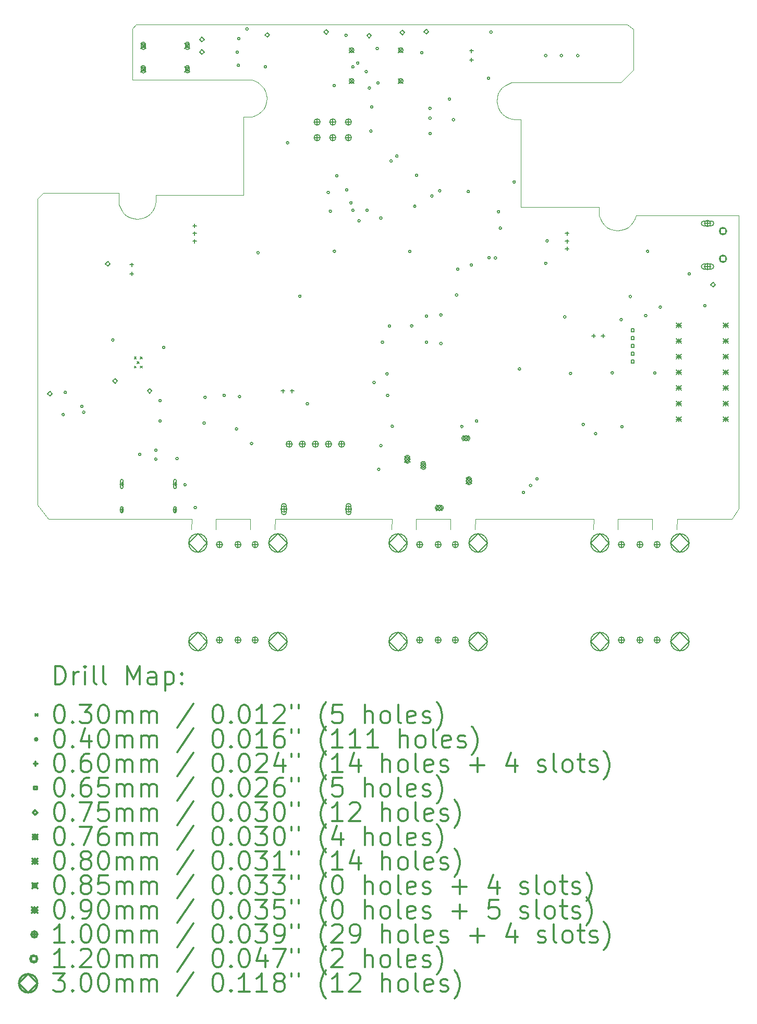
<source format=gbr>
%FSLAX45Y45*%
G04 Gerber Fmt 4.5, Leading zero omitted, Abs format (unit mm)*
G04 Created by KiCad (PCBNEW (5.1.5-0-10_14)) date 2021-06-21 18:30:45*
%MOMM*%
%LPD*%
G04 APERTURE LIST*
%TA.AperFunction,Profile*%
%ADD10C,0.050000*%
%TD*%
%ADD11C,0.200000*%
%ADD12C,0.300000*%
G04 APERTURE END LIST*
D10*
X20180300Y-10217150D02*
X19970750Y-10420350D01*
X13398500Y-17506950D02*
X13394100Y-17680000D01*
X14354100Y-17680000D02*
X14357350Y-17506950D01*
X13004800Y-17506950D02*
X12994100Y-17680000D01*
X13954100Y-17680000D02*
X13957300Y-17506950D01*
X17605300Y-17680000D02*
X17608550Y-17506950D01*
X16256000Y-17506950D02*
X16245300Y-17680000D01*
X16649700Y-17506950D02*
X16645300Y-17680000D01*
X17205300Y-17680000D02*
X17208500Y-17506950D01*
X10677800Y-17506950D02*
X13004800Y-17506950D01*
X14357350Y-17506950D02*
X16256000Y-17506950D01*
X17608550Y-17506950D02*
X19532600Y-17506950D01*
X17208500Y-17506950D02*
X16649700Y-17506950D01*
X13957300Y-17506950D02*
X13398500Y-17506950D01*
X19532600Y-17506950D02*
X19521900Y-17680000D01*
X20881900Y-17680000D02*
X20885150Y-17506950D01*
X19926300Y-17506950D02*
X19921900Y-17680000D01*
X20485100Y-17506950D02*
X19926300Y-17506950D01*
X20481900Y-17680000D02*
X20485100Y-17506950D01*
X21774150Y-17506950D02*
X20885150Y-17506950D01*
X10500000Y-12312650D02*
X10591800Y-12217400D01*
X10500000Y-17278350D02*
X10500000Y-12312650D01*
X10677800Y-17506950D02*
X10500000Y-17278350D01*
X21888450Y-17341850D02*
X21774150Y-17506950D01*
X21888450Y-12579350D02*
X21888450Y-17341850D01*
X20218400Y-12579350D02*
X21888450Y-12579350D01*
X20199350Y-12636500D02*
X20218400Y-12579350D01*
X20167600Y-12693650D02*
X20199350Y-12636500D01*
X20135850Y-12738100D02*
X20167600Y-12693650D01*
X20091400Y-12776200D02*
X20135850Y-12738100D01*
X20040600Y-12801600D02*
X20091400Y-12776200D01*
X19977100Y-12820650D02*
X20040600Y-12801600D01*
X19919950Y-12827000D02*
X19977100Y-12820650D01*
X19856450Y-12820650D02*
X19919950Y-12827000D01*
X19799300Y-12801600D02*
X19856450Y-12820650D01*
X19748500Y-12776200D02*
X19799300Y-12801600D01*
X19704050Y-12738100D02*
X19748500Y-12776200D01*
X19665950Y-12693650D02*
X19704050Y-12738100D01*
X19640550Y-12642850D02*
X19665950Y-12693650D01*
X19621500Y-12579350D02*
X19640550Y-12642850D01*
X19615150Y-12522200D02*
X19621500Y-12579350D01*
X19615150Y-12446000D02*
X19615150Y-12522200D01*
X18351500Y-12446000D02*
X19615150Y-12446000D01*
X18351500Y-11023600D02*
X18351500Y-12446000D01*
X18262600Y-11023600D02*
X18351500Y-11023600D01*
X18199100Y-11017250D02*
X18262600Y-11023600D01*
X18141950Y-10998200D02*
X18199100Y-11017250D01*
X18091150Y-10972800D02*
X18141950Y-10998200D01*
X18046700Y-10934700D02*
X18091150Y-10972800D01*
X18008600Y-10890250D02*
X18046700Y-10934700D01*
X17983200Y-10839450D02*
X18008600Y-10890250D01*
X17964150Y-10782300D02*
X17983200Y-10839450D01*
X17957800Y-10725150D02*
X17964150Y-10782300D01*
X17964150Y-10661650D02*
X17957800Y-10725150D01*
X17976850Y-10610850D02*
X17964150Y-10661650D01*
X18008600Y-10553700D02*
X17976850Y-10610850D01*
X18046700Y-10509250D02*
X18008600Y-10553700D01*
X18091150Y-10471150D02*
X18046700Y-10509250D01*
X18141950Y-10445750D02*
X18091150Y-10471150D01*
X18199100Y-10426700D02*
X18141950Y-10445750D01*
X18256250Y-10420350D02*
X18199100Y-10426700D01*
X19970750Y-10420350D02*
X18256250Y-10420350D01*
X20180300Y-9563100D02*
X20180300Y-10217150D01*
X20078700Y-9480550D02*
X20180300Y-9563100D01*
X12103100Y-9480550D02*
X20078700Y-9480550D01*
X12039600Y-9550400D02*
X12103100Y-9480550D01*
X12039600Y-9728200D02*
X12039600Y-9550400D01*
X12039600Y-10382250D02*
X12039600Y-9728200D01*
X13982700Y-10382250D02*
X12039600Y-10382250D01*
X14033500Y-10401300D02*
X13982700Y-10382250D01*
X14090650Y-10433050D02*
X14033500Y-10401300D01*
X14135100Y-10471150D02*
X14090650Y-10433050D01*
X14173200Y-10515600D02*
X14135100Y-10471150D01*
X14198600Y-10566400D02*
X14173200Y-10515600D01*
X14217650Y-10623550D02*
X14198600Y-10566400D01*
X14224000Y-10680700D02*
X14217650Y-10623550D01*
X14217650Y-10737850D02*
X14224000Y-10680700D01*
X14198600Y-10801350D02*
X14217650Y-10737850D01*
X14173200Y-10852150D02*
X14198600Y-10801350D01*
X14135100Y-10896600D02*
X14173200Y-10852150D01*
X14090650Y-10934700D02*
X14135100Y-10896600D01*
X14046200Y-10960100D02*
X14090650Y-10934700D01*
X13982700Y-10979150D02*
X14046200Y-10960100D01*
X13919200Y-10985500D02*
X13982700Y-10979150D01*
X13843000Y-10985500D02*
X13919200Y-10985500D01*
X13843000Y-12249150D02*
X13843000Y-10985500D01*
X12420600Y-12249150D02*
X13843000Y-12249150D01*
X12420600Y-12344400D02*
X12420600Y-12249150D01*
X12414250Y-12401550D02*
X12420600Y-12344400D01*
X12395200Y-12458700D02*
X12414250Y-12401550D01*
X12369800Y-12509500D02*
X12395200Y-12458700D01*
X12331700Y-12553950D02*
X12369800Y-12509500D01*
X12287250Y-12592050D02*
X12331700Y-12553950D01*
X12236450Y-12617450D02*
X12287250Y-12592050D01*
X12179300Y-12636500D02*
X12236450Y-12617450D01*
X12115800Y-12642850D02*
X12179300Y-12636500D01*
X12065000Y-12636500D02*
X12115800Y-12642850D01*
X12001500Y-12617450D02*
X12065000Y-12636500D01*
X11950700Y-12592050D02*
X12001500Y-12617450D01*
X11906250Y-12553950D02*
X11950700Y-12592050D01*
X11868150Y-12509500D02*
X11906250Y-12553950D01*
X11842750Y-12458700D02*
X11868150Y-12509500D01*
X11823700Y-12401550D02*
X11842750Y-12458700D01*
X11817350Y-12344400D02*
X11823700Y-12401550D01*
X11817350Y-12217400D02*
X11817350Y-12344400D01*
X11252200Y-12217400D02*
X11817350Y-12217400D01*
X10591800Y-12217400D02*
X11252200Y-12217400D01*
D11*
X12070450Y-14879200D02*
X12100450Y-14909200D01*
X12100450Y-14879200D02*
X12070450Y-14909200D01*
X12070450Y-15029200D02*
X12100450Y-15059200D01*
X12100450Y-15029200D02*
X12070450Y-15059200D01*
X12120450Y-14954200D02*
X12150450Y-14984200D01*
X12150450Y-14954200D02*
X12120450Y-14984200D01*
X12170450Y-14879200D02*
X12200450Y-14909200D01*
X12200450Y-14879200D02*
X12170450Y-14909200D01*
X12170450Y-15029200D02*
X12200450Y-15059200D01*
X12200450Y-15029200D02*
X12170450Y-15059200D01*
X10935000Y-15815000D02*
G75*
G03X10935000Y-15815000I-20000J0D01*
G01*
X10970000Y-15455000D02*
G75*
G03X10970000Y-15455000I-20000J0D01*
G01*
X11240355Y-15681742D02*
G75*
G03X11240355Y-15681742I-20000J0D01*
G01*
X11269173Y-15777500D02*
G75*
G03X11269173Y-15777500I-20000J0D01*
G01*
X11742100Y-14605000D02*
G75*
G03X11742100Y-14605000I-20000J0D01*
G01*
X12180000Y-16460000D02*
G75*
G03X12180000Y-16460000I-20000J0D01*
G01*
X12440000Y-16395000D02*
G75*
G03X12440000Y-16395000I-20000J0D01*
G01*
X12440000Y-16540000D02*
G75*
G03X12440000Y-16540000I-20000J0D01*
G01*
X12510000Y-15590000D02*
G75*
G03X12510000Y-15590000I-20000J0D01*
G01*
X12510000Y-15920000D02*
G75*
G03X12510000Y-15920000I-20000J0D01*
G01*
X12570000Y-14725000D02*
G75*
G03X12570000Y-14725000I-20000J0D01*
G01*
X12785000Y-16530000D02*
G75*
G03X12785000Y-16530000I-20000J0D01*
G01*
X12915000Y-16955000D02*
G75*
G03X12915000Y-16955000I-20000J0D01*
G01*
X13080000Y-17325000D02*
G75*
G03X13080000Y-17325000I-20000J0D01*
G01*
X13224200Y-15953100D02*
G75*
G03X13224200Y-15953100I-20000J0D01*
G01*
X13240000Y-15535000D02*
G75*
G03X13240000Y-15535000I-20000J0D01*
G01*
X13549200Y-15503100D02*
G75*
G03X13549200Y-15503100I-20000J0D01*
G01*
X13750000Y-16050000D02*
G75*
G03X13750000Y-16050000I-20000J0D01*
G01*
X13761400Y-9931400D02*
G75*
G03X13761400Y-9931400I-20000J0D01*
G01*
X13780450Y-10147300D02*
G75*
G03X13780450Y-10147300I-20000J0D01*
G01*
X13786800Y-9715500D02*
G75*
G03X13786800Y-9715500I-20000J0D01*
G01*
X13799200Y-15523100D02*
G75*
G03X13799200Y-15523100I-20000J0D01*
G01*
X13920150Y-9556750D02*
G75*
G03X13920150Y-9556750I-20000J0D01*
G01*
X13995000Y-16285000D02*
G75*
G03X13995000Y-16285000I-20000J0D01*
G01*
X14100000Y-13190000D02*
G75*
G03X14100000Y-13190000I-20000J0D01*
G01*
X14218600Y-10172700D02*
G75*
G03X14218600Y-10172700I-20000J0D01*
G01*
X14580000Y-11405000D02*
G75*
G03X14580000Y-11405000I-20000J0D01*
G01*
X14780000Y-13895000D02*
G75*
G03X14780000Y-13895000I-20000J0D01*
G01*
X14900000Y-15640000D02*
G75*
G03X14900000Y-15640000I-20000J0D01*
G01*
X15240000Y-12210000D02*
G75*
G03X15240000Y-12210000I-20000J0D01*
G01*
X15275000Y-12515000D02*
G75*
G03X15275000Y-12515000I-20000J0D01*
G01*
X15336200Y-10477500D02*
G75*
G03X15336200Y-10477500I-20000J0D01*
G01*
X15340000Y-13165000D02*
G75*
G03X15340000Y-13165000I-20000J0D01*
G01*
X15380000Y-11940000D02*
G75*
G03X15380000Y-11940000I-20000J0D01*
G01*
X15529240Y-9659620D02*
G75*
G03X15529240Y-9659620I-20000J0D01*
G01*
X15540000Y-12170000D02*
G75*
G03X15540000Y-12170000I-20000J0D01*
G01*
X15610000Y-12380000D02*
G75*
G03X15610000Y-12380000I-20000J0D01*
G01*
X15640000Y-10172500D02*
G75*
G03X15640000Y-10172500I-20000J0D01*
G01*
X15640000Y-12500000D02*
G75*
G03X15640000Y-12500000I-20000J0D01*
G01*
X15720000Y-10110000D02*
G75*
G03X15720000Y-10110000I-20000J0D01*
G01*
X15740000Y-12670000D02*
G75*
G03X15740000Y-12670000I-20000J0D01*
G01*
X15856900Y-10248900D02*
G75*
G03X15856900Y-10248900I-20000J0D01*
G01*
X15870000Y-12500000D02*
G75*
G03X15870000Y-12500000I-20000J0D01*
G01*
X15907700Y-10515600D02*
G75*
G03X15907700Y-10515600I-20000J0D01*
G01*
X15933100Y-11214100D02*
G75*
G03X15933100Y-11214100I-20000J0D01*
G01*
X15945800Y-10820400D02*
G75*
G03X15945800Y-10820400I-20000J0D01*
G01*
X15985000Y-15295000D02*
G75*
G03X15985000Y-15295000I-20000J0D01*
G01*
X16034700Y-9874250D02*
G75*
G03X16034700Y-9874250I-20000J0D01*
G01*
X16047400Y-10433050D02*
G75*
G03X16047400Y-10433050I-20000J0D01*
G01*
X16060000Y-16705000D02*
G75*
G03X16060000Y-16705000I-20000J0D01*
G01*
X16095000Y-12625000D02*
G75*
G03X16095000Y-12625000I-20000J0D01*
G01*
X16095000Y-16320000D02*
G75*
G03X16095000Y-16320000I-20000J0D01*
G01*
X16120000Y-14640000D02*
G75*
G03X16120000Y-14640000I-20000J0D01*
G01*
X16195000Y-15155000D02*
G75*
G03X16195000Y-15155000I-20000J0D01*
G01*
X16205000Y-15505000D02*
G75*
G03X16205000Y-15505000I-20000J0D01*
G01*
X16235000Y-14380000D02*
G75*
G03X16235000Y-14380000I-20000J0D01*
G01*
X16260000Y-11700000D02*
G75*
G03X16260000Y-11700000I-20000J0D01*
G01*
X16280000Y-16005000D02*
G75*
G03X16280000Y-16005000I-20000J0D01*
G01*
X16355000Y-11620000D02*
G75*
G03X16355000Y-11620000I-20000J0D01*
G01*
X16565000Y-13170000D02*
G75*
G03X16565000Y-13170000I-20000J0D01*
G01*
X16595000Y-14375000D02*
G75*
G03X16595000Y-14375000I-20000J0D01*
G01*
X16645000Y-12435000D02*
G75*
G03X16645000Y-12435000I-20000J0D01*
G01*
X16675000Y-11930000D02*
G75*
G03X16675000Y-11930000I-20000J0D01*
G01*
X16758600Y-9944100D02*
G75*
G03X16758600Y-9944100I-20000J0D01*
G01*
X16834800Y-14217650D02*
G75*
G03X16834800Y-14217650I-20000J0D01*
G01*
X16834800Y-14643100D02*
G75*
G03X16834800Y-14643100I-20000J0D01*
G01*
X16891950Y-10845800D02*
G75*
G03X16891950Y-10845800I-20000J0D01*
G01*
X16891950Y-11004550D02*
G75*
G03X16891950Y-11004550I-20000J0D01*
G01*
X16895699Y-11252200D02*
G75*
G03X16895699Y-11252200I-20000J0D01*
G01*
X16923700Y-12268200D02*
G75*
G03X16923700Y-12268200I-20000J0D01*
G01*
X17050700Y-12183560D02*
G75*
G03X17050700Y-12183560I-20000J0D01*
G01*
X17069750Y-14198600D02*
G75*
G03X17069750Y-14198600I-20000J0D01*
G01*
X17069750Y-14662150D02*
G75*
G03X17069750Y-14662150I-20000J0D01*
G01*
X17209450Y-10693400D02*
G75*
G03X17209450Y-10693400I-20000J0D01*
G01*
X17272950Y-11029950D02*
G75*
G03X17272950Y-11029950I-20000J0D01*
G01*
X17325000Y-13875000D02*
G75*
G03X17325000Y-13875000I-20000J0D01*
G01*
X17345000Y-13455000D02*
G75*
G03X17345000Y-13455000I-20000J0D01*
G01*
X17410000Y-16010000D02*
G75*
G03X17410000Y-16010000I-20000J0D01*
G01*
X17515000Y-12195000D02*
G75*
G03X17515000Y-12195000I-20000J0D01*
G01*
X17565050Y-13385800D02*
G75*
G03X17565050Y-13385800I-20000J0D01*
G01*
X17650000Y-15920000D02*
G75*
G03X17650000Y-15920000I-20000J0D01*
G01*
X17844450Y-10356850D02*
G75*
G03X17844450Y-10356850I-20000J0D01*
G01*
X17852540Y-13269440D02*
G75*
G03X17852540Y-13269440I-20000J0D01*
G01*
X17882550Y-9607550D02*
G75*
G03X17882550Y-9607550I-20000J0D01*
G01*
X17954940Y-13274040D02*
G75*
G03X17954940Y-13274040I-20000J0D01*
G01*
X18005798Y-12523500D02*
G75*
G03X18005798Y-12523500I-20000J0D01*
G01*
X18034950Y-12788900D02*
G75*
G03X18034950Y-12788900I-20000J0D01*
G01*
X18260000Y-12040000D02*
G75*
G03X18260000Y-12040000I-20000J0D01*
G01*
X18345000Y-15075000D02*
G75*
G03X18345000Y-15075000I-20000J0D01*
G01*
X18410400Y-17080000D02*
G75*
G03X18410400Y-17080000I-20000J0D01*
G01*
X18525200Y-16965200D02*
G75*
G03X18525200Y-16965200I-20000J0D01*
G01*
X18630200Y-16860200D02*
G75*
G03X18630200Y-16860200I-20000J0D01*
G01*
X18771550Y-9988550D02*
G75*
G03X18771550Y-9988550I-20000J0D01*
G01*
X18772820Y-13360400D02*
G75*
G03X18772820Y-13360400I-20000J0D01*
G01*
X18795000Y-12995000D02*
G75*
G03X18795000Y-12995000I-20000J0D01*
G01*
X19025550Y-9988550D02*
G75*
G03X19025550Y-9988550I-20000J0D01*
G01*
X19082700Y-14230350D02*
G75*
G03X19082700Y-14230350I-20000J0D01*
G01*
X19175000Y-15147500D02*
G75*
G03X19175000Y-15147500I-20000J0D01*
G01*
X19292250Y-9988550D02*
G75*
G03X19292250Y-9988550I-20000J0D01*
G01*
X19381150Y-15976600D02*
G75*
G03X19381150Y-15976600I-20000J0D01*
G01*
X19582500Y-16125000D02*
G75*
G03X19582500Y-16125000I-20000J0D01*
G01*
X19852100Y-15138400D02*
G75*
G03X19852100Y-15138400I-20000J0D01*
G01*
X19997100Y-14274800D02*
G75*
G03X19997100Y-14274800I-20000J0D01*
G01*
X20009800Y-16014700D02*
G75*
G03X20009800Y-16014700I-20000J0D01*
G01*
X20145000Y-13900000D02*
G75*
G03X20145000Y-13900000I-20000J0D01*
G01*
X20395880Y-14208760D02*
G75*
G03X20395880Y-14208760I-20000J0D01*
G01*
X20426613Y-13164710D02*
G75*
G03X20426613Y-13164710I-20000J0D01*
G01*
X20543200Y-15138400D02*
G75*
G03X20543200Y-15138400I-20000J0D01*
G01*
X20632100Y-14071600D02*
G75*
G03X20632100Y-14071600I-20000J0D01*
G01*
X21102000Y-13531850D02*
G75*
G03X21102000Y-13531850I-20000J0D01*
G01*
X21356000Y-14046200D02*
G75*
G03X21356000Y-14046200I-20000J0D01*
G01*
X14485000Y-15400000D02*
X14485000Y-15460000D01*
X14455000Y-15430000D02*
X14515000Y-15430000D01*
X14635000Y-15400000D02*
X14635000Y-15460000D01*
X14605000Y-15430000D02*
X14665000Y-15430000D01*
X11868000Y-16912000D02*
X11868000Y-16972000D01*
X11838000Y-16942000D02*
X11898000Y-16942000D01*
X11848000Y-16887000D02*
X11848000Y-16997000D01*
X11888000Y-16887000D02*
X11888000Y-16997000D01*
X11848000Y-16997000D02*
G75*
G03X11888000Y-16997000I20000J0D01*
G01*
X11888000Y-16887000D02*
G75*
G03X11848000Y-16887000I-20000J0D01*
G01*
X11868000Y-17330000D02*
X11868000Y-17390000D01*
X11838000Y-17360000D02*
X11898000Y-17360000D01*
X11848000Y-17330000D02*
X11848000Y-17390000D01*
X11888000Y-17330000D02*
X11888000Y-17390000D01*
X11848000Y-17390000D02*
G75*
G03X11888000Y-17390000I20000J0D01*
G01*
X11888000Y-17330000D02*
G75*
G03X11848000Y-17330000I-20000J0D01*
G01*
X12732000Y-16912000D02*
X12732000Y-16972000D01*
X12702000Y-16942000D02*
X12762000Y-16942000D01*
X12712000Y-16887000D02*
X12712000Y-16997000D01*
X12752000Y-16887000D02*
X12752000Y-16997000D01*
X12712000Y-16997000D02*
G75*
G03X12752000Y-16997000I20000J0D01*
G01*
X12752000Y-16887000D02*
G75*
G03X12712000Y-16887000I-20000J0D01*
G01*
X12732000Y-17330000D02*
X12732000Y-17390000D01*
X12702000Y-17360000D02*
X12762000Y-17360000D01*
X12712000Y-17330000D02*
X12712000Y-17390000D01*
X12752000Y-17330000D02*
X12752000Y-17390000D01*
X12712000Y-17390000D02*
G75*
G03X12752000Y-17390000I20000J0D01*
G01*
X12752000Y-17330000D02*
G75*
G03X12712000Y-17330000I-20000J0D01*
G01*
X19100000Y-12845000D02*
X19100000Y-12905000D01*
X19070000Y-12875000D02*
X19130000Y-12875000D01*
X19100000Y-12970000D02*
X19100000Y-13030000D01*
X19070000Y-13000000D02*
X19130000Y-13000000D01*
X19100000Y-13095000D02*
X19100000Y-13155000D01*
X19070000Y-13125000D02*
X19130000Y-13125000D01*
X19532500Y-14507500D02*
X19532500Y-14567500D01*
X19502500Y-14537500D02*
X19562500Y-14537500D01*
X19682500Y-14507500D02*
X19682500Y-14567500D01*
X19652500Y-14537500D02*
X19712500Y-14537500D01*
X17546500Y-9879200D02*
X17546500Y-9939200D01*
X17516500Y-9909200D02*
X17576500Y-9909200D01*
X17546500Y-10029200D02*
X17546500Y-10089200D01*
X17516500Y-10059200D02*
X17576500Y-10059200D01*
X12030000Y-13350000D02*
X12030000Y-13410000D01*
X12000000Y-13380000D02*
X12060000Y-13380000D01*
X12030000Y-13500000D02*
X12030000Y-13560000D01*
X12000000Y-13530000D02*
X12060000Y-13530000D01*
X13050000Y-12720000D02*
X13050000Y-12780000D01*
X13020000Y-12750000D02*
X13080000Y-12750000D01*
X13050000Y-12845000D02*
X13050000Y-12905000D01*
X13020000Y-12875000D02*
X13080000Y-12875000D01*
X13050000Y-12970000D02*
X13050000Y-13030000D01*
X13020000Y-13000000D02*
X13080000Y-13000000D01*
X20187981Y-14470481D02*
X20187981Y-14424519D01*
X20142019Y-14424519D01*
X20142019Y-14470481D01*
X20187981Y-14470481D01*
X20187981Y-14597481D02*
X20187981Y-14551519D01*
X20142019Y-14551519D01*
X20142019Y-14597481D01*
X20187981Y-14597481D01*
X20187981Y-14724481D02*
X20187981Y-14678519D01*
X20142019Y-14678519D01*
X20142019Y-14724481D01*
X20187981Y-14724481D01*
X20187981Y-14851481D02*
X20187981Y-14805519D01*
X20142019Y-14805519D01*
X20142019Y-14851481D01*
X20187981Y-14851481D01*
X20187981Y-14978481D02*
X20187981Y-14932519D01*
X20142019Y-14932519D01*
X20142019Y-14978481D01*
X20187981Y-14978481D01*
X16425000Y-9653300D02*
X16462500Y-9615800D01*
X16425000Y-9578300D01*
X16387500Y-9615800D01*
X16425000Y-9653300D01*
X16814800Y-9638700D02*
X16852300Y-9601200D01*
X16814800Y-9563700D01*
X16777300Y-9601200D01*
X16814800Y-9638700D01*
X13169900Y-9765700D02*
X13207400Y-9728200D01*
X13169900Y-9690700D01*
X13132400Y-9728200D01*
X13169900Y-9765700D01*
X11639550Y-13404250D02*
X11677050Y-13366750D01*
X11639550Y-13329250D01*
X11602050Y-13366750D01*
X11639550Y-13404250D01*
X14229900Y-9691800D02*
X14267400Y-9654300D01*
X14229900Y-9616800D01*
X14192400Y-9654300D01*
X14229900Y-9691800D01*
X15884100Y-9703100D02*
X15921600Y-9665600D01*
X15884100Y-9628100D01*
X15846600Y-9665600D01*
X15884100Y-9703100D01*
X21471075Y-13744400D02*
X21508575Y-13706900D01*
X21471075Y-13669400D01*
X21433575Y-13706900D01*
X21471075Y-13744400D01*
X12320000Y-15467500D02*
X12357500Y-15430000D01*
X12320000Y-15392500D01*
X12282500Y-15430000D01*
X12320000Y-15467500D01*
X13169900Y-9968900D02*
X13207400Y-9931400D01*
X13169900Y-9893900D01*
X13132400Y-9931400D01*
X13169900Y-9968900D01*
X15187520Y-9641500D02*
X15225020Y-9604000D01*
X15187520Y-9566500D01*
X15150020Y-9604000D01*
X15187520Y-9641500D01*
X10700000Y-15512500D02*
X10737500Y-15475000D01*
X10700000Y-15437500D01*
X10662500Y-15475000D01*
X10700000Y-15512500D01*
X11760000Y-15307500D02*
X11797500Y-15270000D01*
X11760000Y-15232500D01*
X11722500Y-15270000D01*
X11760000Y-15307500D01*
X16361900Y-9861900D02*
X16438100Y-9938100D01*
X16438100Y-9861900D02*
X16361900Y-9938100D01*
X16438100Y-9900000D02*
G75*
G03X16438100Y-9900000I-38100J0D01*
G01*
X16361900Y-10361900D02*
X16438100Y-10438100D01*
X16438100Y-10361900D02*
X16361900Y-10438100D01*
X16438100Y-10400000D02*
G75*
G03X16438100Y-10400000I-38100J0D01*
G01*
X15561900Y-9861900D02*
X15638100Y-9938100D01*
X15638100Y-9861900D02*
X15561900Y-9938100D01*
X15638100Y-9900000D02*
G75*
G03X15638100Y-9900000I-38100J0D01*
G01*
X15561900Y-10361900D02*
X15638100Y-10438100D01*
X15638100Y-10361900D02*
X15561900Y-10438100D01*
X15638100Y-10400000D02*
G75*
G03X15638100Y-10400000I-38100J0D01*
G01*
X20875000Y-14327500D02*
X20955000Y-14407500D01*
X20955000Y-14327500D02*
X20875000Y-14407500D01*
X20915000Y-14327500D02*
X20915000Y-14407500D01*
X20875000Y-14367500D02*
X20955000Y-14367500D01*
X20875000Y-14581500D02*
X20955000Y-14661500D01*
X20955000Y-14581500D02*
X20875000Y-14661500D01*
X20915000Y-14581500D02*
X20915000Y-14661500D01*
X20875000Y-14621500D02*
X20955000Y-14621500D01*
X20875000Y-14835500D02*
X20955000Y-14915500D01*
X20955000Y-14835500D02*
X20875000Y-14915500D01*
X20915000Y-14835500D02*
X20915000Y-14915500D01*
X20875000Y-14875500D02*
X20955000Y-14875500D01*
X20875000Y-15089500D02*
X20955000Y-15169500D01*
X20955000Y-15089500D02*
X20875000Y-15169500D01*
X20915000Y-15089500D02*
X20915000Y-15169500D01*
X20875000Y-15129500D02*
X20955000Y-15129500D01*
X20875000Y-15343500D02*
X20955000Y-15423500D01*
X20955000Y-15343500D02*
X20875000Y-15423500D01*
X20915000Y-15343500D02*
X20915000Y-15423500D01*
X20875000Y-15383500D02*
X20955000Y-15383500D01*
X20875000Y-15597500D02*
X20955000Y-15677500D01*
X20955000Y-15597500D02*
X20875000Y-15677500D01*
X20915000Y-15597500D02*
X20915000Y-15677500D01*
X20875000Y-15637500D02*
X20955000Y-15637500D01*
X20875000Y-15851500D02*
X20955000Y-15931500D01*
X20955000Y-15851500D02*
X20875000Y-15931500D01*
X20915000Y-15851500D02*
X20915000Y-15931500D01*
X20875000Y-15891500D02*
X20955000Y-15891500D01*
X21637000Y-14327500D02*
X21717000Y-14407500D01*
X21717000Y-14327500D02*
X21637000Y-14407500D01*
X21677000Y-14327500D02*
X21677000Y-14407500D01*
X21637000Y-14367500D02*
X21717000Y-14367500D01*
X21637000Y-14581500D02*
X21717000Y-14661500D01*
X21717000Y-14581500D02*
X21637000Y-14661500D01*
X21677000Y-14581500D02*
X21677000Y-14661500D01*
X21637000Y-14621500D02*
X21717000Y-14621500D01*
X21637000Y-14835500D02*
X21717000Y-14915500D01*
X21717000Y-14835500D02*
X21637000Y-14915500D01*
X21677000Y-14835500D02*
X21677000Y-14915500D01*
X21637000Y-14875500D02*
X21717000Y-14875500D01*
X21637000Y-15089500D02*
X21717000Y-15169500D01*
X21717000Y-15089500D02*
X21637000Y-15169500D01*
X21677000Y-15089500D02*
X21677000Y-15169500D01*
X21637000Y-15129500D02*
X21717000Y-15129500D01*
X21637000Y-15343500D02*
X21717000Y-15423500D01*
X21717000Y-15343500D02*
X21637000Y-15423500D01*
X21677000Y-15343500D02*
X21677000Y-15423500D01*
X21637000Y-15383500D02*
X21717000Y-15383500D01*
X21637000Y-15597500D02*
X21717000Y-15677500D01*
X21717000Y-15597500D02*
X21637000Y-15677500D01*
X21677000Y-15597500D02*
X21677000Y-15677500D01*
X21637000Y-15637500D02*
X21717000Y-15637500D01*
X21637000Y-15851500D02*
X21717000Y-15931500D01*
X21717000Y-15851500D02*
X21637000Y-15931500D01*
X21677000Y-15851500D02*
X21677000Y-15931500D01*
X21637000Y-15891500D02*
X21717000Y-15891500D01*
X12175000Y-9787500D02*
X12260000Y-9872500D01*
X12260000Y-9787500D02*
X12175000Y-9872500D01*
X12247552Y-9860052D02*
X12247552Y-9799948D01*
X12187448Y-9799948D01*
X12187448Y-9860052D01*
X12247552Y-9860052D01*
X12250000Y-9857500D02*
X12250000Y-9802500D01*
X12185000Y-9857500D02*
X12185000Y-9802500D01*
X12250000Y-9802500D02*
G75*
G03X12185000Y-9802500I-32500J0D01*
G01*
X12185000Y-9857500D02*
G75*
G03X12250000Y-9857500I32500J0D01*
G01*
X12175000Y-10167500D02*
X12260000Y-10252500D01*
X12260000Y-10167500D02*
X12175000Y-10252500D01*
X12247552Y-10240052D02*
X12247552Y-10179948D01*
X12187448Y-10179948D01*
X12187448Y-10240052D01*
X12247552Y-10240052D01*
X12250000Y-10237500D02*
X12250000Y-10182500D01*
X12185000Y-10237500D02*
X12185000Y-10182500D01*
X12250000Y-10182500D02*
G75*
G03X12185000Y-10182500I-32500J0D01*
G01*
X12185000Y-10237500D02*
G75*
G03X12250000Y-10237500I32500J0D01*
G01*
X12890000Y-9787500D02*
X12975000Y-9872500D01*
X12975000Y-9787500D02*
X12890000Y-9872500D01*
X12962552Y-9860052D02*
X12962552Y-9799948D01*
X12902448Y-9799948D01*
X12902448Y-9860052D01*
X12962552Y-9860052D01*
X12965000Y-9857500D02*
X12965000Y-9802500D01*
X12900000Y-9857500D02*
X12900000Y-9802500D01*
X12965000Y-9802500D02*
G75*
G03X12900000Y-9802500I-32500J0D01*
G01*
X12900000Y-9857500D02*
G75*
G03X12965000Y-9857500I32500J0D01*
G01*
X12890000Y-10167500D02*
X12975000Y-10252500D01*
X12975000Y-10167500D02*
X12890000Y-10252500D01*
X12962552Y-10240052D02*
X12962552Y-10179948D01*
X12902448Y-10179948D01*
X12902448Y-10240052D01*
X12962552Y-10240052D01*
X12965000Y-10237500D02*
X12965000Y-10182500D01*
X12900000Y-10237500D02*
X12900000Y-10182500D01*
X12965000Y-10182500D02*
G75*
G03X12900000Y-10182500I-32500J0D01*
G01*
X12900000Y-10237500D02*
G75*
G03X12965000Y-10237500I32500J0D01*
G01*
X16460000Y-16495000D02*
X16550000Y-16585000D01*
X16550000Y-16495000D02*
X16460000Y-16585000D01*
X16505000Y-16585000D02*
X16550000Y-16540000D01*
X16505000Y-16495000D01*
X16460000Y-16540000D01*
X16505000Y-16585000D01*
X16540000Y-16570000D02*
X16540000Y-16510000D01*
X16470000Y-16570000D02*
X16470000Y-16510000D01*
X16540000Y-16510000D02*
G75*
G03X16470000Y-16510000I-35000J0D01*
G01*
X16470000Y-16570000D02*
G75*
G03X16540000Y-16570000I35000J0D01*
G01*
X16720000Y-16595000D02*
X16810000Y-16685000D01*
X16810000Y-16595000D02*
X16720000Y-16685000D01*
X16765000Y-16685000D02*
X16810000Y-16640000D01*
X16765000Y-16595000D01*
X16720000Y-16640000D01*
X16765000Y-16685000D01*
X16800000Y-16670000D02*
X16800000Y-16610000D01*
X16730000Y-16670000D02*
X16730000Y-16610000D01*
X16800000Y-16610000D02*
G75*
G03X16730000Y-16610000I-35000J0D01*
G01*
X16730000Y-16670000D02*
G75*
G03X16800000Y-16670000I35000J0D01*
G01*
X16980000Y-17285000D02*
X17070000Y-17375000D01*
X17070000Y-17285000D02*
X16980000Y-17375000D01*
X17025000Y-17375000D02*
X17070000Y-17330000D01*
X17025000Y-17285000D01*
X16980000Y-17330000D01*
X17025000Y-17375000D01*
X16995000Y-17365000D02*
X17055000Y-17365000D01*
X16995000Y-17295000D02*
X17055000Y-17295000D01*
X17055000Y-17365000D02*
G75*
G03X17055000Y-17295000I0J35000D01*
G01*
X16995000Y-17295000D02*
G75*
G03X16995000Y-17365000I0J-35000D01*
G01*
X17410000Y-16155000D02*
X17500000Y-16245000D01*
X17500000Y-16155000D02*
X17410000Y-16245000D01*
X17455000Y-16245000D02*
X17500000Y-16200000D01*
X17455000Y-16155000D01*
X17410000Y-16200000D01*
X17455000Y-16245000D01*
X17425000Y-16235000D02*
X17485000Y-16235000D01*
X17425000Y-16165000D02*
X17485000Y-16165000D01*
X17485000Y-16235000D02*
G75*
G03X17485000Y-16165000I0J35000D01*
G01*
X17425000Y-16165000D02*
G75*
G03X17425000Y-16235000I0J-35000D01*
G01*
X17460000Y-16845000D02*
X17550000Y-16935000D01*
X17550000Y-16845000D02*
X17460000Y-16935000D01*
X17505000Y-16935000D02*
X17550000Y-16890000D01*
X17505000Y-16845000D01*
X17460000Y-16890000D01*
X17505000Y-16935000D01*
X17540000Y-16920000D02*
X17540000Y-16860000D01*
X17470000Y-16920000D02*
X17470000Y-16860000D01*
X17540000Y-16860000D02*
G75*
G03X17470000Y-16860000I-35000J0D01*
G01*
X17470000Y-16920000D02*
G75*
G03X17540000Y-16920000I35000J0D01*
G01*
X15040000Y-11016000D02*
X15040000Y-11116000D01*
X14990000Y-11066000D02*
X15090000Y-11066000D01*
X15090000Y-11066000D02*
G75*
G03X15090000Y-11066000I-50000J0D01*
G01*
X15040000Y-11270000D02*
X15040000Y-11370000D01*
X14990000Y-11320000D02*
X15090000Y-11320000D01*
X15090000Y-11320000D02*
G75*
G03X15090000Y-11320000I-50000J0D01*
G01*
X15294000Y-11016000D02*
X15294000Y-11116000D01*
X15244000Y-11066000D02*
X15344000Y-11066000D01*
X15344000Y-11066000D02*
G75*
G03X15344000Y-11066000I-50000J0D01*
G01*
X15294000Y-11270000D02*
X15294000Y-11370000D01*
X15244000Y-11320000D02*
X15344000Y-11320000D01*
X15344000Y-11320000D02*
G75*
G03X15344000Y-11320000I-50000J0D01*
G01*
X15548000Y-11016000D02*
X15548000Y-11116000D01*
X15498000Y-11066000D02*
X15598000Y-11066000D01*
X15598000Y-11066000D02*
G75*
G03X15598000Y-11066000I-50000J0D01*
G01*
X15548000Y-11270000D02*
X15548000Y-11370000D01*
X15498000Y-11320000D02*
X15598000Y-11320000D01*
X15598000Y-11320000D02*
G75*
G03X15598000Y-11320000I-50000J0D01*
G01*
X21380000Y-12662500D02*
X21380000Y-12762500D01*
X21330000Y-12712500D02*
X21430000Y-12712500D01*
X21430000Y-12712500D02*
G75*
G03X21430000Y-12712500I-50000J0D01*
G01*
X21440000Y-12672500D02*
X21320000Y-12672500D01*
X21440000Y-12752500D02*
X21320000Y-12752500D01*
X21320000Y-12672500D02*
G75*
G03X21320000Y-12752500I0J-40000D01*
G01*
X21440000Y-12752500D02*
G75*
G03X21440000Y-12672500I0J40000D01*
G01*
X21380000Y-13362500D02*
X21380000Y-13462500D01*
X21330000Y-13412500D02*
X21430000Y-13412500D01*
X21430000Y-13412500D02*
G75*
G03X21430000Y-13412500I-50000J0D01*
G01*
X21440000Y-13372500D02*
X21320000Y-13372500D01*
X21440000Y-13452500D02*
X21320000Y-13452500D01*
X21320000Y-13372500D02*
G75*
G03X21320000Y-13452500I0J-40000D01*
G01*
X21440000Y-13452500D02*
G75*
G03X21440000Y-13372500I0J40000D01*
G01*
X19981900Y-17875000D02*
X19981900Y-17975000D01*
X19931900Y-17925000D02*
X20031900Y-17925000D01*
X20031900Y-17925000D02*
G75*
G03X20031900Y-17925000I-50000J0D01*
G01*
X19981900Y-19425000D02*
X19981900Y-19525000D01*
X19931900Y-19475000D02*
X20031900Y-19475000D01*
X20031900Y-19475000D02*
G75*
G03X20031900Y-19475000I-50000J0D01*
G01*
X20281900Y-17875000D02*
X20281900Y-17975000D01*
X20231900Y-17925000D02*
X20331900Y-17925000D01*
X20331900Y-17925000D02*
G75*
G03X20331900Y-17925000I-50000J0D01*
G01*
X20281900Y-19425000D02*
X20281900Y-19525000D01*
X20231900Y-19475000D02*
X20331900Y-19475000D01*
X20331900Y-19475000D02*
G75*
G03X20331900Y-19475000I-50000J0D01*
G01*
X20561300Y-17875000D02*
X20561300Y-17975000D01*
X20511300Y-17925000D02*
X20611300Y-17925000D01*
X20611300Y-17925000D02*
G75*
G03X20611300Y-17925000I-50000J0D01*
G01*
X20561300Y-19424700D02*
X20561300Y-19524700D01*
X20511300Y-19474700D02*
X20611300Y-19474700D01*
X20611300Y-19474700D02*
G75*
G03X20611300Y-19474700I-50000J0D01*
G01*
X14500000Y-17300000D02*
X14500000Y-17400000D01*
X14450000Y-17350000D02*
X14550000Y-17350000D01*
X14550000Y-17350000D02*
G75*
G03X14550000Y-17350000I-50000J0D01*
G01*
X14540000Y-17400000D02*
X14540000Y-17300000D01*
X14460000Y-17400000D02*
X14460000Y-17300000D01*
X14540000Y-17300000D02*
G75*
G03X14460000Y-17300000I-40000J0D01*
G01*
X14460000Y-17400000D02*
G75*
G03X14540000Y-17400000I40000J0D01*
G01*
X14586000Y-16245000D02*
X14586000Y-16345000D01*
X14536000Y-16295000D02*
X14636000Y-16295000D01*
X14636000Y-16295000D02*
G75*
G03X14636000Y-16295000I-50000J0D01*
G01*
X14799000Y-16245000D02*
X14799000Y-16345000D01*
X14749000Y-16295000D02*
X14849000Y-16295000D01*
X14849000Y-16295000D02*
G75*
G03X14849000Y-16295000I-50000J0D01*
G01*
X15012000Y-16245000D02*
X15012000Y-16345000D01*
X14962000Y-16295000D02*
X15062000Y-16295000D01*
X15062000Y-16295000D02*
G75*
G03X15062000Y-16295000I-50000J0D01*
G01*
X15225000Y-16245000D02*
X15225000Y-16345000D01*
X15175000Y-16295000D02*
X15275000Y-16295000D01*
X15275000Y-16295000D02*
G75*
G03X15275000Y-16295000I-50000J0D01*
G01*
X15438000Y-16245000D02*
X15438000Y-16345000D01*
X15388000Y-16295000D02*
X15488000Y-16295000D01*
X15488000Y-16295000D02*
G75*
G03X15488000Y-16295000I-50000J0D01*
G01*
X15550000Y-17300000D02*
X15550000Y-17400000D01*
X15500000Y-17350000D02*
X15600000Y-17350000D01*
X15600000Y-17350000D02*
G75*
G03X15600000Y-17350000I-50000J0D01*
G01*
X15590000Y-17400000D02*
X15590000Y-17300000D01*
X15510000Y-17400000D02*
X15510000Y-17300000D01*
X15590000Y-17300000D02*
G75*
G03X15510000Y-17300000I-40000J0D01*
G01*
X15510000Y-17400000D02*
G75*
G03X15590000Y-17400000I40000J0D01*
G01*
X16705300Y-17875000D02*
X16705300Y-17975000D01*
X16655300Y-17925000D02*
X16755300Y-17925000D01*
X16755300Y-17925000D02*
G75*
G03X16755300Y-17925000I-50000J0D01*
G01*
X16705300Y-19425000D02*
X16705300Y-19525000D01*
X16655300Y-19475000D02*
X16755300Y-19475000D01*
X16755300Y-19475000D02*
G75*
G03X16755300Y-19475000I-50000J0D01*
G01*
X17005300Y-17875000D02*
X17005300Y-17975000D01*
X16955300Y-17925000D02*
X17055300Y-17925000D01*
X17055300Y-17925000D02*
G75*
G03X17055300Y-17925000I-50000J0D01*
G01*
X17005300Y-19425000D02*
X17005300Y-19525000D01*
X16955300Y-19475000D02*
X17055300Y-19475000D01*
X17055300Y-19475000D02*
G75*
G03X17055300Y-19475000I-50000J0D01*
G01*
X17284700Y-17875000D02*
X17284700Y-17975000D01*
X17234700Y-17925000D02*
X17334700Y-17925000D01*
X17334700Y-17925000D02*
G75*
G03X17334700Y-17925000I-50000J0D01*
G01*
X17284700Y-19424700D02*
X17284700Y-19524700D01*
X17234700Y-19474700D02*
X17334700Y-19474700D01*
X17334700Y-19474700D02*
G75*
G03X17334700Y-19474700I-50000J0D01*
G01*
X13454100Y-17875000D02*
X13454100Y-17975000D01*
X13404100Y-17925000D02*
X13504100Y-17925000D01*
X13504100Y-17925000D02*
G75*
G03X13504100Y-17925000I-50000J0D01*
G01*
X13454100Y-19425000D02*
X13454100Y-19525000D01*
X13404100Y-19475000D02*
X13504100Y-19475000D01*
X13504100Y-19475000D02*
G75*
G03X13504100Y-19475000I-50000J0D01*
G01*
X13754100Y-17875000D02*
X13754100Y-17975000D01*
X13704100Y-17925000D02*
X13804100Y-17925000D01*
X13804100Y-17925000D02*
G75*
G03X13804100Y-17925000I-50000J0D01*
G01*
X13754100Y-19425000D02*
X13754100Y-19525000D01*
X13704100Y-19475000D02*
X13804100Y-19475000D01*
X13804100Y-19475000D02*
G75*
G03X13804100Y-19475000I-50000J0D01*
G01*
X14033500Y-17875000D02*
X14033500Y-17975000D01*
X13983500Y-17925000D02*
X14083500Y-17925000D01*
X14083500Y-17925000D02*
G75*
G03X14083500Y-17925000I-50000J0D01*
G01*
X14033500Y-19424700D02*
X14033500Y-19524700D01*
X13983500Y-19474700D02*
X14083500Y-19474700D01*
X14083500Y-19474700D02*
G75*
G03X14083500Y-19474700I-50000J0D01*
G01*
X21672427Y-12879927D02*
X21672427Y-12795073D01*
X21587573Y-12795073D01*
X21587573Y-12879927D01*
X21672427Y-12879927D01*
X21690000Y-12837500D02*
G75*
G03X21690000Y-12837500I-60000J0D01*
G01*
X21672427Y-13329927D02*
X21672427Y-13245073D01*
X21587573Y-13245073D01*
X21587573Y-13329927D01*
X21672427Y-13329927D01*
X21690000Y-13287500D02*
G75*
G03X21690000Y-13287500I-60000J0D01*
G01*
X16355300Y-18050000D02*
X16505300Y-17900000D01*
X16355300Y-17750000D01*
X16205300Y-17900000D01*
X16355300Y-18050000D01*
X16505300Y-17900000D02*
G75*
G03X16505300Y-17900000I-150000J0D01*
G01*
X16355300Y-19650000D02*
X16505300Y-19500000D01*
X16355300Y-19350000D01*
X16205300Y-19500000D01*
X16355300Y-19650000D01*
X16505300Y-19500000D02*
G75*
G03X16505300Y-19500000I-150000J0D01*
G01*
X17655300Y-18050000D02*
X17805300Y-17900000D01*
X17655300Y-17750000D01*
X17505300Y-17900000D01*
X17655300Y-18050000D01*
X17805300Y-17900000D02*
G75*
G03X17805300Y-17900000I-150000J0D01*
G01*
X17655300Y-19650000D02*
X17805300Y-19500000D01*
X17655300Y-19350000D01*
X17505300Y-19500000D01*
X17655300Y-19650000D01*
X17805300Y-19500000D02*
G75*
G03X17805300Y-19500000I-150000J0D01*
G01*
X13104100Y-18050000D02*
X13254100Y-17900000D01*
X13104100Y-17750000D01*
X12954100Y-17900000D01*
X13104100Y-18050000D01*
X13254100Y-17900000D02*
G75*
G03X13254100Y-17900000I-150000J0D01*
G01*
X13104100Y-19650000D02*
X13254100Y-19500000D01*
X13104100Y-19350000D01*
X12954100Y-19500000D01*
X13104100Y-19650000D01*
X13254100Y-19500000D02*
G75*
G03X13254100Y-19500000I-150000J0D01*
G01*
X14404100Y-18050000D02*
X14554100Y-17900000D01*
X14404100Y-17750000D01*
X14254100Y-17900000D01*
X14404100Y-18050000D01*
X14554100Y-17900000D02*
G75*
G03X14554100Y-17900000I-150000J0D01*
G01*
X14404100Y-19650000D02*
X14554100Y-19500000D01*
X14404100Y-19350000D01*
X14254100Y-19500000D01*
X14404100Y-19650000D01*
X14554100Y-19500000D02*
G75*
G03X14554100Y-19500000I-150000J0D01*
G01*
X19631900Y-18050000D02*
X19781900Y-17900000D01*
X19631900Y-17750000D01*
X19481900Y-17900000D01*
X19631900Y-18050000D01*
X19781900Y-17900000D02*
G75*
G03X19781900Y-17900000I-150000J0D01*
G01*
X19631900Y-19650000D02*
X19781900Y-19500000D01*
X19631900Y-19350000D01*
X19481900Y-19500000D01*
X19631900Y-19650000D01*
X19781900Y-19500000D02*
G75*
G03X19781900Y-19500000I-150000J0D01*
G01*
X20931900Y-18050000D02*
X21081900Y-17900000D01*
X20931900Y-17750000D01*
X20781900Y-17900000D01*
X20931900Y-18050000D01*
X21081900Y-17900000D02*
G75*
G03X21081900Y-17900000I-150000J0D01*
G01*
X20931900Y-19650000D02*
X21081900Y-19500000D01*
X20931900Y-19350000D01*
X20781900Y-19500000D01*
X20931900Y-19650000D01*
X21081900Y-19500000D02*
G75*
G03X21081900Y-19500000I-150000J0D01*
G01*
D12*
X10783928Y-20195714D02*
X10783928Y-19895714D01*
X10855357Y-19895714D01*
X10898214Y-19910000D01*
X10926786Y-19938572D01*
X10941071Y-19967143D01*
X10955357Y-20024286D01*
X10955357Y-20067143D01*
X10941071Y-20124286D01*
X10926786Y-20152857D01*
X10898214Y-20181429D01*
X10855357Y-20195714D01*
X10783928Y-20195714D01*
X11083928Y-20195714D02*
X11083928Y-19995714D01*
X11083928Y-20052857D02*
X11098214Y-20024286D01*
X11112500Y-20010000D01*
X11141071Y-19995714D01*
X11169643Y-19995714D01*
X11269643Y-20195714D02*
X11269643Y-19995714D01*
X11269643Y-19895714D02*
X11255357Y-19910000D01*
X11269643Y-19924286D01*
X11283928Y-19910000D01*
X11269643Y-19895714D01*
X11269643Y-19924286D01*
X11455357Y-20195714D02*
X11426786Y-20181429D01*
X11412500Y-20152857D01*
X11412500Y-19895714D01*
X11612500Y-20195714D02*
X11583928Y-20181429D01*
X11569643Y-20152857D01*
X11569643Y-19895714D01*
X11955357Y-20195714D02*
X11955357Y-19895714D01*
X12055357Y-20110000D01*
X12155357Y-19895714D01*
X12155357Y-20195714D01*
X12426786Y-20195714D02*
X12426786Y-20038572D01*
X12412500Y-20010000D01*
X12383928Y-19995714D01*
X12326786Y-19995714D01*
X12298214Y-20010000D01*
X12426786Y-20181429D02*
X12398214Y-20195714D01*
X12326786Y-20195714D01*
X12298214Y-20181429D01*
X12283928Y-20152857D01*
X12283928Y-20124286D01*
X12298214Y-20095714D01*
X12326786Y-20081429D01*
X12398214Y-20081429D01*
X12426786Y-20067143D01*
X12569643Y-19995714D02*
X12569643Y-20295714D01*
X12569643Y-20010000D02*
X12598214Y-19995714D01*
X12655357Y-19995714D01*
X12683928Y-20010000D01*
X12698214Y-20024286D01*
X12712500Y-20052857D01*
X12712500Y-20138572D01*
X12698214Y-20167143D01*
X12683928Y-20181429D01*
X12655357Y-20195714D01*
X12598214Y-20195714D01*
X12569643Y-20181429D01*
X12841071Y-20167143D02*
X12855357Y-20181429D01*
X12841071Y-20195714D01*
X12826786Y-20181429D01*
X12841071Y-20167143D01*
X12841071Y-20195714D01*
X12841071Y-20010000D02*
X12855357Y-20024286D01*
X12841071Y-20038572D01*
X12826786Y-20024286D01*
X12841071Y-20010000D01*
X12841071Y-20038572D01*
X10467500Y-20675000D02*
X10497500Y-20705000D01*
X10497500Y-20675000D02*
X10467500Y-20705000D01*
X10841071Y-20525714D02*
X10869643Y-20525714D01*
X10898214Y-20540000D01*
X10912500Y-20554286D01*
X10926786Y-20582857D01*
X10941071Y-20640000D01*
X10941071Y-20711429D01*
X10926786Y-20768572D01*
X10912500Y-20797143D01*
X10898214Y-20811429D01*
X10869643Y-20825714D01*
X10841071Y-20825714D01*
X10812500Y-20811429D01*
X10798214Y-20797143D01*
X10783928Y-20768572D01*
X10769643Y-20711429D01*
X10769643Y-20640000D01*
X10783928Y-20582857D01*
X10798214Y-20554286D01*
X10812500Y-20540000D01*
X10841071Y-20525714D01*
X11069643Y-20797143D02*
X11083928Y-20811429D01*
X11069643Y-20825714D01*
X11055357Y-20811429D01*
X11069643Y-20797143D01*
X11069643Y-20825714D01*
X11183928Y-20525714D02*
X11369643Y-20525714D01*
X11269643Y-20640000D01*
X11312500Y-20640000D01*
X11341071Y-20654286D01*
X11355357Y-20668572D01*
X11369643Y-20697143D01*
X11369643Y-20768572D01*
X11355357Y-20797143D01*
X11341071Y-20811429D01*
X11312500Y-20825714D01*
X11226786Y-20825714D01*
X11198214Y-20811429D01*
X11183928Y-20797143D01*
X11555357Y-20525714D02*
X11583928Y-20525714D01*
X11612500Y-20540000D01*
X11626786Y-20554286D01*
X11641071Y-20582857D01*
X11655357Y-20640000D01*
X11655357Y-20711429D01*
X11641071Y-20768572D01*
X11626786Y-20797143D01*
X11612500Y-20811429D01*
X11583928Y-20825714D01*
X11555357Y-20825714D01*
X11526786Y-20811429D01*
X11512500Y-20797143D01*
X11498214Y-20768572D01*
X11483928Y-20711429D01*
X11483928Y-20640000D01*
X11498214Y-20582857D01*
X11512500Y-20554286D01*
X11526786Y-20540000D01*
X11555357Y-20525714D01*
X11783928Y-20825714D02*
X11783928Y-20625714D01*
X11783928Y-20654286D02*
X11798214Y-20640000D01*
X11826786Y-20625714D01*
X11869643Y-20625714D01*
X11898214Y-20640000D01*
X11912500Y-20668572D01*
X11912500Y-20825714D01*
X11912500Y-20668572D02*
X11926786Y-20640000D01*
X11955357Y-20625714D01*
X11998214Y-20625714D01*
X12026786Y-20640000D01*
X12041071Y-20668572D01*
X12041071Y-20825714D01*
X12183928Y-20825714D02*
X12183928Y-20625714D01*
X12183928Y-20654286D02*
X12198214Y-20640000D01*
X12226786Y-20625714D01*
X12269643Y-20625714D01*
X12298214Y-20640000D01*
X12312500Y-20668572D01*
X12312500Y-20825714D01*
X12312500Y-20668572D02*
X12326786Y-20640000D01*
X12355357Y-20625714D01*
X12398214Y-20625714D01*
X12426786Y-20640000D01*
X12441071Y-20668572D01*
X12441071Y-20825714D01*
X13026786Y-20511429D02*
X12769643Y-20897143D01*
X13412500Y-20525714D02*
X13441071Y-20525714D01*
X13469643Y-20540000D01*
X13483928Y-20554286D01*
X13498214Y-20582857D01*
X13512500Y-20640000D01*
X13512500Y-20711429D01*
X13498214Y-20768572D01*
X13483928Y-20797143D01*
X13469643Y-20811429D01*
X13441071Y-20825714D01*
X13412500Y-20825714D01*
X13383928Y-20811429D01*
X13369643Y-20797143D01*
X13355357Y-20768572D01*
X13341071Y-20711429D01*
X13341071Y-20640000D01*
X13355357Y-20582857D01*
X13369643Y-20554286D01*
X13383928Y-20540000D01*
X13412500Y-20525714D01*
X13641071Y-20797143D02*
X13655357Y-20811429D01*
X13641071Y-20825714D01*
X13626786Y-20811429D01*
X13641071Y-20797143D01*
X13641071Y-20825714D01*
X13841071Y-20525714D02*
X13869643Y-20525714D01*
X13898214Y-20540000D01*
X13912500Y-20554286D01*
X13926786Y-20582857D01*
X13941071Y-20640000D01*
X13941071Y-20711429D01*
X13926786Y-20768572D01*
X13912500Y-20797143D01*
X13898214Y-20811429D01*
X13869643Y-20825714D01*
X13841071Y-20825714D01*
X13812500Y-20811429D01*
X13798214Y-20797143D01*
X13783928Y-20768572D01*
X13769643Y-20711429D01*
X13769643Y-20640000D01*
X13783928Y-20582857D01*
X13798214Y-20554286D01*
X13812500Y-20540000D01*
X13841071Y-20525714D01*
X14226786Y-20825714D02*
X14055357Y-20825714D01*
X14141071Y-20825714D02*
X14141071Y-20525714D01*
X14112500Y-20568572D01*
X14083928Y-20597143D01*
X14055357Y-20611429D01*
X14341071Y-20554286D02*
X14355357Y-20540000D01*
X14383928Y-20525714D01*
X14455357Y-20525714D01*
X14483928Y-20540000D01*
X14498214Y-20554286D01*
X14512500Y-20582857D01*
X14512500Y-20611429D01*
X14498214Y-20654286D01*
X14326786Y-20825714D01*
X14512500Y-20825714D01*
X14626786Y-20525714D02*
X14626786Y-20582857D01*
X14741071Y-20525714D02*
X14741071Y-20582857D01*
X15183928Y-20940000D02*
X15169643Y-20925714D01*
X15141071Y-20882857D01*
X15126786Y-20854286D01*
X15112500Y-20811429D01*
X15098214Y-20740000D01*
X15098214Y-20682857D01*
X15112500Y-20611429D01*
X15126786Y-20568572D01*
X15141071Y-20540000D01*
X15169643Y-20497143D01*
X15183928Y-20482857D01*
X15441071Y-20525714D02*
X15298214Y-20525714D01*
X15283928Y-20668572D01*
X15298214Y-20654286D01*
X15326786Y-20640000D01*
X15398214Y-20640000D01*
X15426786Y-20654286D01*
X15441071Y-20668572D01*
X15455357Y-20697143D01*
X15455357Y-20768572D01*
X15441071Y-20797143D01*
X15426786Y-20811429D01*
X15398214Y-20825714D01*
X15326786Y-20825714D01*
X15298214Y-20811429D01*
X15283928Y-20797143D01*
X15812500Y-20825714D02*
X15812500Y-20525714D01*
X15941071Y-20825714D02*
X15941071Y-20668572D01*
X15926786Y-20640000D01*
X15898214Y-20625714D01*
X15855357Y-20625714D01*
X15826786Y-20640000D01*
X15812500Y-20654286D01*
X16126786Y-20825714D02*
X16098214Y-20811429D01*
X16083928Y-20797143D01*
X16069643Y-20768572D01*
X16069643Y-20682857D01*
X16083928Y-20654286D01*
X16098214Y-20640000D01*
X16126786Y-20625714D01*
X16169643Y-20625714D01*
X16198214Y-20640000D01*
X16212500Y-20654286D01*
X16226786Y-20682857D01*
X16226786Y-20768572D01*
X16212500Y-20797143D01*
X16198214Y-20811429D01*
X16169643Y-20825714D01*
X16126786Y-20825714D01*
X16398214Y-20825714D02*
X16369643Y-20811429D01*
X16355357Y-20782857D01*
X16355357Y-20525714D01*
X16626786Y-20811429D02*
X16598214Y-20825714D01*
X16541071Y-20825714D01*
X16512500Y-20811429D01*
X16498214Y-20782857D01*
X16498214Y-20668572D01*
X16512500Y-20640000D01*
X16541071Y-20625714D01*
X16598214Y-20625714D01*
X16626786Y-20640000D01*
X16641071Y-20668572D01*
X16641071Y-20697143D01*
X16498214Y-20725714D01*
X16755357Y-20811429D02*
X16783928Y-20825714D01*
X16841071Y-20825714D01*
X16869643Y-20811429D01*
X16883928Y-20782857D01*
X16883928Y-20768572D01*
X16869643Y-20740000D01*
X16841071Y-20725714D01*
X16798214Y-20725714D01*
X16769643Y-20711429D01*
X16755357Y-20682857D01*
X16755357Y-20668572D01*
X16769643Y-20640000D01*
X16798214Y-20625714D01*
X16841071Y-20625714D01*
X16869643Y-20640000D01*
X16983928Y-20940000D02*
X16998214Y-20925714D01*
X17026786Y-20882857D01*
X17041071Y-20854286D01*
X17055357Y-20811429D01*
X17069643Y-20740000D01*
X17069643Y-20682857D01*
X17055357Y-20611429D01*
X17041071Y-20568572D01*
X17026786Y-20540000D01*
X16998214Y-20497143D01*
X16983928Y-20482857D01*
X10497500Y-21086000D02*
G75*
G03X10497500Y-21086000I-20000J0D01*
G01*
X10841071Y-20921714D02*
X10869643Y-20921714D01*
X10898214Y-20936000D01*
X10912500Y-20950286D01*
X10926786Y-20978857D01*
X10941071Y-21036000D01*
X10941071Y-21107429D01*
X10926786Y-21164572D01*
X10912500Y-21193143D01*
X10898214Y-21207429D01*
X10869643Y-21221714D01*
X10841071Y-21221714D01*
X10812500Y-21207429D01*
X10798214Y-21193143D01*
X10783928Y-21164572D01*
X10769643Y-21107429D01*
X10769643Y-21036000D01*
X10783928Y-20978857D01*
X10798214Y-20950286D01*
X10812500Y-20936000D01*
X10841071Y-20921714D01*
X11069643Y-21193143D02*
X11083928Y-21207429D01*
X11069643Y-21221714D01*
X11055357Y-21207429D01*
X11069643Y-21193143D01*
X11069643Y-21221714D01*
X11341071Y-21021714D02*
X11341071Y-21221714D01*
X11269643Y-20907429D02*
X11198214Y-21121714D01*
X11383928Y-21121714D01*
X11555357Y-20921714D02*
X11583928Y-20921714D01*
X11612500Y-20936000D01*
X11626786Y-20950286D01*
X11641071Y-20978857D01*
X11655357Y-21036000D01*
X11655357Y-21107429D01*
X11641071Y-21164572D01*
X11626786Y-21193143D01*
X11612500Y-21207429D01*
X11583928Y-21221714D01*
X11555357Y-21221714D01*
X11526786Y-21207429D01*
X11512500Y-21193143D01*
X11498214Y-21164572D01*
X11483928Y-21107429D01*
X11483928Y-21036000D01*
X11498214Y-20978857D01*
X11512500Y-20950286D01*
X11526786Y-20936000D01*
X11555357Y-20921714D01*
X11783928Y-21221714D02*
X11783928Y-21021714D01*
X11783928Y-21050286D02*
X11798214Y-21036000D01*
X11826786Y-21021714D01*
X11869643Y-21021714D01*
X11898214Y-21036000D01*
X11912500Y-21064572D01*
X11912500Y-21221714D01*
X11912500Y-21064572D02*
X11926786Y-21036000D01*
X11955357Y-21021714D01*
X11998214Y-21021714D01*
X12026786Y-21036000D01*
X12041071Y-21064572D01*
X12041071Y-21221714D01*
X12183928Y-21221714D02*
X12183928Y-21021714D01*
X12183928Y-21050286D02*
X12198214Y-21036000D01*
X12226786Y-21021714D01*
X12269643Y-21021714D01*
X12298214Y-21036000D01*
X12312500Y-21064572D01*
X12312500Y-21221714D01*
X12312500Y-21064572D02*
X12326786Y-21036000D01*
X12355357Y-21021714D01*
X12398214Y-21021714D01*
X12426786Y-21036000D01*
X12441071Y-21064572D01*
X12441071Y-21221714D01*
X13026786Y-20907429D02*
X12769643Y-21293143D01*
X13412500Y-20921714D02*
X13441071Y-20921714D01*
X13469643Y-20936000D01*
X13483928Y-20950286D01*
X13498214Y-20978857D01*
X13512500Y-21036000D01*
X13512500Y-21107429D01*
X13498214Y-21164572D01*
X13483928Y-21193143D01*
X13469643Y-21207429D01*
X13441071Y-21221714D01*
X13412500Y-21221714D01*
X13383928Y-21207429D01*
X13369643Y-21193143D01*
X13355357Y-21164572D01*
X13341071Y-21107429D01*
X13341071Y-21036000D01*
X13355357Y-20978857D01*
X13369643Y-20950286D01*
X13383928Y-20936000D01*
X13412500Y-20921714D01*
X13641071Y-21193143D02*
X13655357Y-21207429D01*
X13641071Y-21221714D01*
X13626786Y-21207429D01*
X13641071Y-21193143D01*
X13641071Y-21221714D01*
X13841071Y-20921714D02*
X13869643Y-20921714D01*
X13898214Y-20936000D01*
X13912500Y-20950286D01*
X13926786Y-20978857D01*
X13941071Y-21036000D01*
X13941071Y-21107429D01*
X13926786Y-21164572D01*
X13912500Y-21193143D01*
X13898214Y-21207429D01*
X13869643Y-21221714D01*
X13841071Y-21221714D01*
X13812500Y-21207429D01*
X13798214Y-21193143D01*
X13783928Y-21164572D01*
X13769643Y-21107429D01*
X13769643Y-21036000D01*
X13783928Y-20978857D01*
X13798214Y-20950286D01*
X13812500Y-20936000D01*
X13841071Y-20921714D01*
X14226786Y-21221714D02*
X14055357Y-21221714D01*
X14141071Y-21221714D02*
X14141071Y-20921714D01*
X14112500Y-20964572D01*
X14083928Y-20993143D01*
X14055357Y-21007429D01*
X14483928Y-20921714D02*
X14426786Y-20921714D01*
X14398214Y-20936000D01*
X14383928Y-20950286D01*
X14355357Y-20993143D01*
X14341071Y-21050286D01*
X14341071Y-21164572D01*
X14355357Y-21193143D01*
X14369643Y-21207429D01*
X14398214Y-21221714D01*
X14455357Y-21221714D01*
X14483928Y-21207429D01*
X14498214Y-21193143D01*
X14512500Y-21164572D01*
X14512500Y-21093143D01*
X14498214Y-21064572D01*
X14483928Y-21050286D01*
X14455357Y-21036000D01*
X14398214Y-21036000D01*
X14369643Y-21050286D01*
X14355357Y-21064572D01*
X14341071Y-21093143D01*
X14626786Y-20921714D02*
X14626786Y-20978857D01*
X14741071Y-20921714D02*
X14741071Y-20978857D01*
X15183928Y-21336000D02*
X15169643Y-21321714D01*
X15141071Y-21278857D01*
X15126786Y-21250286D01*
X15112500Y-21207429D01*
X15098214Y-21136000D01*
X15098214Y-21078857D01*
X15112500Y-21007429D01*
X15126786Y-20964572D01*
X15141071Y-20936000D01*
X15169643Y-20893143D01*
X15183928Y-20878857D01*
X15455357Y-21221714D02*
X15283928Y-21221714D01*
X15369643Y-21221714D02*
X15369643Y-20921714D01*
X15341071Y-20964572D01*
X15312500Y-20993143D01*
X15283928Y-21007429D01*
X15741071Y-21221714D02*
X15569643Y-21221714D01*
X15655357Y-21221714D02*
X15655357Y-20921714D01*
X15626786Y-20964572D01*
X15598214Y-20993143D01*
X15569643Y-21007429D01*
X16026786Y-21221714D02*
X15855357Y-21221714D01*
X15941071Y-21221714D02*
X15941071Y-20921714D01*
X15912500Y-20964572D01*
X15883928Y-20993143D01*
X15855357Y-21007429D01*
X16383928Y-21221714D02*
X16383928Y-20921714D01*
X16512500Y-21221714D02*
X16512500Y-21064572D01*
X16498214Y-21036000D01*
X16469643Y-21021714D01*
X16426786Y-21021714D01*
X16398214Y-21036000D01*
X16383928Y-21050286D01*
X16698214Y-21221714D02*
X16669643Y-21207429D01*
X16655357Y-21193143D01*
X16641071Y-21164572D01*
X16641071Y-21078857D01*
X16655357Y-21050286D01*
X16669643Y-21036000D01*
X16698214Y-21021714D01*
X16741071Y-21021714D01*
X16769643Y-21036000D01*
X16783928Y-21050286D01*
X16798214Y-21078857D01*
X16798214Y-21164572D01*
X16783928Y-21193143D01*
X16769643Y-21207429D01*
X16741071Y-21221714D01*
X16698214Y-21221714D01*
X16969643Y-21221714D02*
X16941071Y-21207429D01*
X16926786Y-21178857D01*
X16926786Y-20921714D01*
X17198214Y-21207429D02*
X17169643Y-21221714D01*
X17112500Y-21221714D01*
X17083928Y-21207429D01*
X17069643Y-21178857D01*
X17069643Y-21064572D01*
X17083928Y-21036000D01*
X17112500Y-21021714D01*
X17169643Y-21021714D01*
X17198214Y-21036000D01*
X17212500Y-21064572D01*
X17212500Y-21093143D01*
X17069643Y-21121714D01*
X17326786Y-21207429D02*
X17355357Y-21221714D01*
X17412500Y-21221714D01*
X17441071Y-21207429D01*
X17455357Y-21178857D01*
X17455357Y-21164572D01*
X17441071Y-21136000D01*
X17412500Y-21121714D01*
X17369643Y-21121714D01*
X17341071Y-21107429D01*
X17326786Y-21078857D01*
X17326786Y-21064572D01*
X17341071Y-21036000D01*
X17369643Y-21021714D01*
X17412500Y-21021714D01*
X17441071Y-21036000D01*
X17555357Y-21336000D02*
X17569643Y-21321714D01*
X17598214Y-21278857D01*
X17612500Y-21250286D01*
X17626786Y-21207429D01*
X17641071Y-21136000D01*
X17641071Y-21078857D01*
X17626786Y-21007429D01*
X17612500Y-20964572D01*
X17598214Y-20936000D01*
X17569643Y-20893143D01*
X17555357Y-20878857D01*
X10467500Y-21452000D02*
X10467500Y-21512000D01*
X10437500Y-21482000D02*
X10497500Y-21482000D01*
X10841071Y-21317714D02*
X10869643Y-21317714D01*
X10898214Y-21332000D01*
X10912500Y-21346286D01*
X10926786Y-21374857D01*
X10941071Y-21432000D01*
X10941071Y-21503429D01*
X10926786Y-21560572D01*
X10912500Y-21589143D01*
X10898214Y-21603429D01*
X10869643Y-21617714D01*
X10841071Y-21617714D01*
X10812500Y-21603429D01*
X10798214Y-21589143D01*
X10783928Y-21560572D01*
X10769643Y-21503429D01*
X10769643Y-21432000D01*
X10783928Y-21374857D01*
X10798214Y-21346286D01*
X10812500Y-21332000D01*
X10841071Y-21317714D01*
X11069643Y-21589143D02*
X11083928Y-21603429D01*
X11069643Y-21617714D01*
X11055357Y-21603429D01*
X11069643Y-21589143D01*
X11069643Y-21617714D01*
X11341071Y-21317714D02*
X11283928Y-21317714D01*
X11255357Y-21332000D01*
X11241071Y-21346286D01*
X11212500Y-21389143D01*
X11198214Y-21446286D01*
X11198214Y-21560572D01*
X11212500Y-21589143D01*
X11226786Y-21603429D01*
X11255357Y-21617714D01*
X11312500Y-21617714D01*
X11341071Y-21603429D01*
X11355357Y-21589143D01*
X11369643Y-21560572D01*
X11369643Y-21489143D01*
X11355357Y-21460572D01*
X11341071Y-21446286D01*
X11312500Y-21432000D01*
X11255357Y-21432000D01*
X11226786Y-21446286D01*
X11212500Y-21460572D01*
X11198214Y-21489143D01*
X11555357Y-21317714D02*
X11583928Y-21317714D01*
X11612500Y-21332000D01*
X11626786Y-21346286D01*
X11641071Y-21374857D01*
X11655357Y-21432000D01*
X11655357Y-21503429D01*
X11641071Y-21560572D01*
X11626786Y-21589143D01*
X11612500Y-21603429D01*
X11583928Y-21617714D01*
X11555357Y-21617714D01*
X11526786Y-21603429D01*
X11512500Y-21589143D01*
X11498214Y-21560572D01*
X11483928Y-21503429D01*
X11483928Y-21432000D01*
X11498214Y-21374857D01*
X11512500Y-21346286D01*
X11526786Y-21332000D01*
X11555357Y-21317714D01*
X11783928Y-21617714D02*
X11783928Y-21417714D01*
X11783928Y-21446286D02*
X11798214Y-21432000D01*
X11826786Y-21417714D01*
X11869643Y-21417714D01*
X11898214Y-21432000D01*
X11912500Y-21460572D01*
X11912500Y-21617714D01*
X11912500Y-21460572D02*
X11926786Y-21432000D01*
X11955357Y-21417714D01*
X11998214Y-21417714D01*
X12026786Y-21432000D01*
X12041071Y-21460572D01*
X12041071Y-21617714D01*
X12183928Y-21617714D02*
X12183928Y-21417714D01*
X12183928Y-21446286D02*
X12198214Y-21432000D01*
X12226786Y-21417714D01*
X12269643Y-21417714D01*
X12298214Y-21432000D01*
X12312500Y-21460572D01*
X12312500Y-21617714D01*
X12312500Y-21460572D02*
X12326786Y-21432000D01*
X12355357Y-21417714D01*
X12398214Y-21417714D01*
X12426786Y-21432000D01*
X12441071Y-21460572D01*
X12441071Y-21617714D01*
X13026786Y-21303429D02*
X12769643Y-21689143D01*
X13412500Y-21317714D02*
X13441071Y-21317714D01*
X13469643Y-21332000D01*
X13483928Y-21346286D01*
X13498214Y-21374857D01*
X13512500Y-21432000D01*
X13512500Y-21503429D01*
X13498214Y-21560572D01*
X13483928Y-21589143D01*
X13469643Y-21603429D01*
X13441071Y-21617714D01*
X13412500Y-21617714D01*
X13383928Y-21603429D01*
X13369643Y-21589143D01*
X13355357Y-21560572D01*
X13341071Y-21503429D01*
X13341071Y-21432000D01*
X13355357Y-21374857D01*
X13369643Y-21346286D01*
X13383928Y-21332000D01*
X13412500Y-21317714D01*
X13641071Y-21589143D02*
X13655357Y-21603429D01*
X13641071Y-21617714D01*
X13626786Y-21603429D01*
X13641071Y-21589143D01*
X13641071Y-21617714D01*
X13841071Y-21317714D02*
X13869643Y-21317714D01*
X13898214Y-21332000D01*
X13912500Y-21346286D01*
X13926786Y-21374857D01*
X13941071Y-21432000D01*
X13941071Y-21503429D01*
X13926786Y-21560572D01*
X13912500Y-21589143D01*
X13898214Y-21603429D01*
X13869643Y-21617714D01*
X13841071Y-21617714D01*
X13812500Y-21603429D01*
X13798214Y-21589143D01*
X13783928Y-21560572D01*
X13769643Y-21503429D01*
X13769643Y-21432000D01*
X13783928Y-21374857D01*
X13798214Y-21346286D01*
X13812500Y-21332000D01*
X13841071Y-21317714D01*
X14055357Y-21346286D02*
X14069643Y-21332000D01*
X14098214Y-21317714D01*
X14169643Y-21317714D01*
X14198214Y-21332000D01*
X14212500Y-21346286D01*
X14226786Y-21374857D01*
X14226786Y-21403429D01*
X14212500Y-21446286D01*
X14041071Y-21617714D01*
X14226786Y-21617714D01*
X14483928Y-21417714D02*
X14483928Y-21617714D01*
X14412500Y-21303429D02*
X14341071Y-21517714D01*
X14526786Y-21517714D01*
X14626786Y-21317714D02*
X14626786Y-21374857D01*
X14741071Y-21317714D02*
X14741071Y-21374857D01*
X15183928Y-21732000D02*
X15169643Y-21717714D01*
X15141071Y-21674857D01*
X15126786Y-21646286D01*
X15112500Y-21603429D01*
X15098214Y-21532000D01*
X15098214Y-21474857D01*
X15112500Y-21403429D01*
X15126786Y-21360572D01*
X15141071Y-21332000D01*
X15169643Y-21289143D01*
X15183928Y-21274857D01*
X15455357Y-21617714D02*
X15283928Y-21617714D01*
X15369643Y-21617714D02*
X15369643Y-21317714D01*
X15341071Y-21360572D01*
X15312500Y-21389143D01*
X15283928Y-21403429D01*
X15712500Y-21417714D02*
X15712500Y-21617714D01*
X15641071Y-21303429D02*
X15569643Y-21517714D01*
X15755357Y-21517714D01*
X16098214Y-21617714D02*
X16098214Y-21317714D01*
X16226786Y-21617714D02*
X16226786Y-21460572D01*
X16212500Y-21432000D01*
X16183928Y-21417714D01*
X16141071Y-21417714D01*
X16112500Y-21432000D01*
X16098214Y-21446286D01*
X16412500Y-21617714D02*
X16383928Y-21603429D01*
X16369643Y-21589143D01*
X16355357Y-21560572D01*
X16355357Y-21474857D01*
X16369643Y-21446286D01*
X16383928Y-21432000D01*
X16412500Y-21417714D01*
X16455357Y-21417714D01*
X16483928Y-21432000D01*
X16498214Y-21446286D01*
X16512500Y-21474857D01*
X16512500Y-21560572D01*
X16498214Y-21589143D01*
X16483928Y-21603429D01*
X16455357Y-21617714D01*
X16412500Y-21617714D01*
X16683928Y-21617714D02*
X16655357Y-21603429D01*
X16641071Y-21574857D01*
X16641071Y-21317714D01*
X16912500Y-21603429D02*
X16883928Y-21617714D01*
X16826786Y-21617714D01*
X16798214Y-21603429D01*
X16783928Y-21574857D01*
X16783928Y-21460572D01*
X16798214Y-21432000D01*
X16826786Y-21417714D01*
X16883928Y-21417714D01*
X16912500Y-21432000D01*
X16926786Y-21460572D01*
X16926786Y-21489143D01*
X16783928Y-21517714D01*
X17041071Y-21603429D02*
X17069643Y-21617714D01*
X17126786Y-21617714D01*
X17155357Y-21603429D01*
X17169643Y-21574857D01*
X17169643Y-21560572D01*
X17155357Y-21532000D01*
X17126786Y-21517714D01*
X17083928Y-21517714D01*
X17055357Y-21503429D01*
X17041071Y-21474857D01*
X17041071Y-21460572D01*
X17055357Y-21432000D01*
X17083928Y-21417714D01*
X17126786Y-21417714D01*
X17155357Y-21432000D01*
X17526786Y-21503429D02*
X17755357Y-21503429D01*
X17641071Y-21617714D02*
X17641071Y-21389143D01*
X18255357Y-21417714D02*
X18255357Y-21617714D01*
X18183928Y-21303429D02*
X18112500Y-21517714D01*
X18298214Y-21517714D01*
X18626786Y-21603429D02*
X18655357Y-21617714D01*
X18712500Y-21617714D01*
X18741071Y-21603429D01*
X18755357Y-21574857D01*
X18755357Y-21560572D01*
X18741071Y-21532000D01*
X18712500Y-21517714D01*
X18669643Y-21517714D01*
X18641071Y-21503429D01*
X18626786Y-21474857D01*
X18626786Y-21460572D01*
X18641071Y-21432000D01*
X18669643Y-21417714D01*
X18712500Y-21417714D01*
X18741071Y-21432000D01*
X18926786Y-21617714D02*
X18898214Y-21603429D01*
X18883928Y-21574857D01*
X18883928Y-21317714D01*
X19083928Y-21617714D02*
X19055357Y-21603429D01*
X19041071Y-21589143D01*
X19026786Y-21560572D01*
X19026786Y-21474857D01*
X19041071Y-21446286D01*
X19055357Y-21432000D01*
X19083928Y-21417714D01*
X19126786Y-21417714D01*
X19155357Y-21432000D01*
X19169643Y-21446286D01*
X19183928Y-21474857D01*
X19183928Y-21560572D01*
X19169643Y-21589143D01*
X19155357Y-21603429D01*
X19126786Y-21617714D01*
X19083928Y-21617714D01*
X19269643Y-21417714D02*
X19383928Y-21417714D01*
X19312500Y-21317714D02*
X19312500Y-21574857D01*
X19326786Y-21603429D01*
X19355357Y-21617714D01*
X19383928Y-21617714D01*
X19469643Y-21603429D02*
X19498214Y-21617714D01*
X19555357Y-21617714D01*
X19583928Y-21603429D01*
X19598214Y-21574857D01*
X19598214Y-21560572D01*
X19583928Y-21532000D01*
X19555357Y-21517714D01*
X19512500Y-21517714D01*
X19483928Y-21503429D01*
X19469643Y-21474857D01*
X19469643Y-21460572D01*
X19483928Y-21432000D01*
X19512500Y-21417714D01*
X19555357Y-21417714D01*
X19583928Y-21432000D01*
X19698214Y-21732000D02*
X19712500Y-21717714D01*
X19741071Y-21674857D01*
X19755357Y-21646286D01*
X19769643Y-21603429D01*
X19783928Y-21532000D01*
X19783928Y-21474857D01*
X19769643Y-21403429D01*
X19755357Y-21360572D01*
X19741071Y-21332000D01*
X19712500Y-21289143D01*
X19698214Y-21274857D01*
X10487981Y-21900981D02*
X10487981Y-21855019D01*
X10442019Y-21855019D01*
X10442019Y-21900981D01*
X10487981Y-21900981D01*
X10841071Y-21713714D02*
X10869643Y-21713714D01*
X10898214Y-21728000D01*
X10912500Y-21742286D01*
X10926786Y-21770857D01*
X10941071Y-21828000D01*
X10941071Y-21899429D01*
X10926786Y-21956572D01*
X10912500Y-21985143D01*
X10898214Y-21999429D01*
X10869643Y-22013714D01*
X10841071Y-22013714D01*
X10812500Y-21999429D01*
X10798214Y-21985143D01*
X10783928Y-21956572D01*
X10769643Y-21899429D01*
X10769643Y-21828000D01*
X10783928Y-21770857D01*
X10798214Y-21742286D01*
X10812500Y-21728000D01*
X10841071Y-21713714D01*
X11069643Y-21985143D02*
X11083928Y-21999429D01*
X11069643Y-22013714D01*
X11055357Y-21999429D01*
X11069643Y-21985143D01*
X11069643Y-22013714D01*
X11341071Y-21713714D02*
X11283928Y-21713714D01*
X11255357Y-21728000D01*
X11241071Y-21742286D01*
X11212500Y-21785143D01*
X11198214Y-21842286D01*
X11198214Y-21956572D01*
X11212500Y-21985143D01*
X11226786Y-21999429D01*
X11255357Y-22013714D01*
X11312500Y-22013714D01*
X11341071Y-21999429D01*
X11355357Y-21985143D01*
X11369643Y-21956572D01*
X11369643Y-21885143D01*
X11355357Y-21856572D01*
X11341071Y-21842286D01*
X11312500Y-21828000D01*
X11255357Y-21828000D01*
X11226786Y-21842286D01*
X11212500Y-21856572D01*
X11198214Y-21885143D01*
X11641071Y-21713714D02*
X11498214Y-21713714D01*
X11483928Y-21856572D01*
X11498214Y-21842286D01*
X11526786Y-21828000D01*
X11598214Y-21828000D01*
X11626786Y-21842286D01*
X11641071Y-21856572D01*
X11655357Y-21885143D01*
X11655357Y-21956572D01*
X11641071Y-21985143D01*
X11626786Y-21999429D01*
X11598214Y-22013714D01*
X11526786Y-22013714D01*
X11498214Y-21999429D01*
X11483928Y-21985143D01*
X11783928Y-22013714D02*
X11783928Y-21813714D01*
X11783928Y-21842286D02*
X11798214Y-21828000D01*
X11826786Y-21813714D01*
X11869643Y-21813714D01*
X11898214Y-21828000D01*
X11912500Y-21856572D01*
X11912500Y-22013714D01*
X11912500Y-21856572D02*
X11926786Y-21828000D01*
X11955357Y-21813714D01*
X11998214Y-21813714D01*
X12026786Y-21828000D01*
X12041071Y-21856572D01*
X12041071Y-22013714D01*
X12183928Y-22013714D02*
X12183928Y-21813714D01*
X12183928Y-21842286D02*
X12198214Y-21828000D01*
X12226786Y-21813714D01*
X12269643Y-21813714D01*
X12298214Y-21828000D01*
X12312500Y-21856572D01*
X12312500Y-22013714D01*
X12312500Y-21856572D02*
X12326786Y-21828000D01*
X12355357Y-21813714D01*
X12398214Y-21813714D01*
X12426786Y-21828000D01*
X12441071Y-21856572D01*
X12441071Y-22013714D01*
X13026786Y-21699429D02*
X12769643Y-22085143D01*
X13412500Y-21713714D02*
X13441071Y-21713714D01*
X13469643Y-21728000D01*
X13483928Y-21742286D01*
X13498214Y-21770857D01*
X13512500Y-21828000D01*
X13512500Y-21899429D01*
X13498214Y-21956572D01*
X13483928Y-21985143D01*
X13469643Y-21999429D01*
X13441071Y-22013714D01*
X13412500Y-22013714D01*
X13383928Y-21999429D01*
X13369643Y-21985143D01*
X13355357Y-21956572D01*
X13341071Y-21899429D01*
X13341071Y-21828000D01*
X13355357Y-21770857D01*
X13369643Y-21742286D01*
X13383928Y-21728000D01*
X13412500Y-21713714D01*
X13641071Y-21985143D02*
X13655357Y-21999429D01*
X13641071Y-22013714D01*
X13626786Y-21999429D01*
X13641071Y-21985143D01*
X13641071Y-22013714D01*
X13841071Y-21713714D02*
X13869643Y-21713714D01*
X13898214Y-21728000D01*
X13912500Y-21742286D01*
X13926786Y-21770857D01*
X13941071Y-21828000D01*
X13941071Y-21899429D01*
X13926786Y-21956572D01*
X13912500Y-21985143D01*
X13898214Y-21999429D01*
X13869643Y-22013714D01*
X13841071Y-22013714D01*
X13812500Y-21999429D01*
X13798214Y-21985143D01*
X13783928Y-21956572D01*
X13769643Y-21899429D01*
X13769643Y-21828000D01*
X13783928Y-21770857D01*
X13798214Y-21742286D01*
X13812500Y-21728000D01*
X13841071Y-21713714D01*
X14055357Y-21742286D02*
X14069643Y-21728000D01*
X14098214Y-21713714D01*
X14169643Y-21713714D01*
X14198214Y-21728000D01*
X14212500Y-21742286D01*
X14226786Y-21770857D01*
X14226786Y-21799429D01*
X14212500Y-21842286D01*
X14041071Y-22013714D01*
X14226786Y-22013714D01*
X14483928Y-21713714D02*
X14426786Y-21713714D01*
X14398214Y-21728000D01*
X14383928Y-21742286D01*
X14355357Y-21785143D01*
X14341071Y-21842286D01*
X14341071Y-21956572D01*
X14355357Y-21985143D01*
X14369643Y-21999429D01*
X14398214Y-22013714D01*
X14455357Y-22013714D01*
X14483928Y-21999429D01*
X14498214Y-21985143D01*
X14512500Y-21956572D01*
X14512500Y-21885143D01*
X14498214Y-21856572D01*
X14483928Y-21842286D01*
X14455357Y-21828000D01*
X14398214Y-21828000D01*
X14369643Y-21842286D01*
X14355357Y-21856572D01*
X14341071Y-21885143D01*
X14626786Y-21713714D02*
X14626786Y-21770857D01*
X14741071Y-21713714D02*
X14741071Y-21770857D01*
X15183928Y-22128000D02*
X15169643Y-22113714D01*
X15141071Y-22070857D01*
X15126786Y-22042286D01*
X15112500Y-21999429D01*
X15098214Y-21928000D01*
X15098214Y-21870857D01*
X15112500Y-21799429D01*
X15126786Y-21756572D01*
X15141071Y-21728000D01*
X15169643Y-21685143D01*
X15183928Y-21670857D01*
X15441071Y-21713714D02*
X15298214Y-21713714D01*
X15283928Y-21856572D01*
X15298214Y-21842286D01*
X15326786Y-21828000D01*
X15398214Y-21828000D01*
X15426786Y-21842286D01*
X15441071Y-21856572D01*
X15455357Y-21885143D01*
X15455357Y-21956572D01*
X15441071Y-21985143D01*
X15426786Y-21999429D01*
X15398214Y-22013714D01*
X15326786Y-22013714D01*
X15298214Y-21999429D01*
X15283928Y-21985143D01*
X15812500Y-22013714D02*
X15812500Y-21713714D01*
X15941071Y-22013714D02*
X15941071Y-21856572D01*
X15926786Y-21828000D01*
X15898214Y-21813714D01*
X15855357Y-21813714D01*
X15826786Y-21828000D01*
X15812500Y-21842286D01*
X16126786Y-22013714D02*
X16098214Y-21999429D01*
X16083928Y-21985143D01*
X16069643Y-21956572D01*
X16069643Y-21870857D01*
X16083928Y-21842286D01*
X16098214Y-21828000D01*
X16126786Y-21813714D01*
X16169643Y-21813714D01*
X16198214Y-21828000D01*
X16212500Y-21842286D01*
X16226786Y-21870857D01*
X16226786Y-21956572D01*
X16212500Y-21985143D01*
X16198214Y-21999429D01*
X16169643Y-22013714D01*
X16126786Y-22013714D01*
X16398214Y-22013714D02*
X16369643Y-21999429D01*
X16355357Y-21970857D01*
X16355357Y-21713714D01*
X16626786Y-21999429D02*
X16598214Y-22013714D01*
X16541071Y-22013714D01*
X16512500Y-21999429D01*
X16498214Y-21970857D01*
X16498214Y-21856572D01*
X16512500Y-21828000D01*
X16541071Y-21813714D01*
X16598214Y-21813714D01*
X16626786Y-21828000D01*
X16641071Y-21856572D01*
X16641071Y-21885143D01*
X16498214Y-21913714D01*
X16755357Y-21999429D02*
X16783928Y-22013714D01*
X16841071Y-22013714D01*
X16869643Y-21999429D01*
X16883928Y-21970857D01*
X16883928Y-21956572D01*
X16869643Y-21928000D01*
X16841071Y-21913714D01*
X16798214Y-21913714D01*
X16769643Y-21899429D01*
X16755357Y-21870857D01*
X16755357Y-21856572D01*
X16769643Y-21828000D01*
X16798214Y-21813714D01*
X16841071Y-21813714D01*
X16869643Y-21828000D01*
X16983928Y-22128000D02*
X16998214Y-22113714D01*
X17026786Y-22070857D01*
X17041071Y-22042286D01*
X17055357Y-21999429D01*
X17069643Y-21928000D01*
X17069643Y-21870857D01*
X17055357Y-21799429D01*
X17041071Y-21756572D01*
X17026786Y-21728000D01*
X16998214Y-21685143D01*
X16983928Y-21670857D01*
X10460000Y-22311500D02*
X10497500Y-22274000D01*
X10460000Y-22236500D01*
X10422500Y-22274000D01*
X10460000Y-22311500D01*
X10841071Y-22109714D02*
X10869643Y-22109714D01*
X10898214Y-22124000D01*
X10912500Y-22138286D01*
X10926786Y-22166857D01*
X10941071Y-22224000D01*
X10941071Y-22295429D01*
X10926786Y-22352572D01*
X10912500Y-22381143D01*
X10898214Y-22395429D01*
X10869643Y-22409714D01*
X10841071Y-22409714D01*
X10812500Y-22395429D01*
X10798214Y-22381143D01*
X10783928Y-22352572D01*
X10769643Y-22295429D01*
X10769643Y-22224000D01*
X10783928Y-22166857D01*
X10798214Y-22138286D01*
X10812500Y-22124000D01*
X10841071Y-22109714D01*
X11069643Y-22381143D02*
X11083928Y-22395429D01*
X11069643Y-22409714D01*
X11055357Y-22395429D01*
X11069643Y-22381143D01*
X11069643Y-22409714D01*
X11183928Y-22109714D02*
X11383928Y-22109714D01*
X11255357Y-22409714D01*
X11641071Y-22109714D02*
X11498214Y-22109714D01*
X11483928Y-22252572D01*
X11498214Y-22238286D01*
X11526786Y-22224000D01*
X11598214Y-22224000D01*
X11626786Y-22238286D01*
X11641071Y-22252572D01*
X11655357Y-22281143D01*
X11655357Y-22352572D01*
X11641071Y-22381143D01*
X11626786Y-22395429D01*
X11598214Y-22409714D01*
X11526786Y-22409714D01*
X11498214Y-22395429D01*
X11483928Y-22381143D01*
X11783928Y-22409714D02*
X11783928Y-22209714D01*
X11783928Y-22238286D02*
X11798214Y-22224000D01*
X11826786Y-22209714D01*
X11869643Y-22209714D01*
X11898214Y-22224000D01*
X11912500Y-22252572D01*
X11912500Y-22409714D01*
X11912500Y-22252572D02*
X11926786Y-22224000D01*
X11955357Y-22209714D01*
X11998214Y-22209714D01*
X12026786Y-22224000D01*
X12041071Y-22252572D01*
X12041071Y-22409714D01*
X12183928Y-22409714D02*
X12183928Y-22209714D01*
X12183928Y-22238286D02*
X12198214Y-22224000D01*
X12226786Y-22209714D01*
X12269643Y-22209714D01*
X12298214Y-22224000D01*
X12312500Y-22252572D01*
X12312500Y-22409714D01*
X12312500Y-22252572D02*
X12326786Y-22224000D01*
X12355357Y-22209714D01*
X12398214Y-22209714D01*
X12426786Y-22224000D01*
X12441071Y-22252572D01*
X12441071Y-22409714D01*
X13026786Y-22095429D02*
X12769643Y-22481143D01*
X13412500Y-22109714D02*
X13441071Y-22109714D01*
X13469643Y-22124000D01*
X13483928Y-22138286D01*
X13498214Y-22166857D01*
X13512500Y-22224000D01*
X13512500Y-22295429D01*
X13498214Y-22352572D01*
X13483928Y-22381143D01*
X13469643Y-22395429D01*
X13441071Y-22409714D01*
X13412500Y-22409714D01*
X13383928Y-22395429D01*
X13369643Y-22381143D01*
X13355357Y-22352572D01*
X13341071Y-22295429D01*
X13341071Y-22224000D01*
X13355357Y-22166857D01*
X13369643Y-22138286D01*
X13383928Y-22124000D01*
X13412500Y-22109714D01*
X13641071Y-22381143D02*
X13655357Y-22395429D01*
X13641071Y-22409714D01*
X13626786Y-22395429D01*
X13641071Y-22381143D01*
X13641071Y-22409714D01*
X13841071Y-22109714D02*
X13869643Y-22109714D01*
X13898214Y-22124000D01*
X13912500Y-22138286D01*
X13926786Y-22166857D01*
X13941071Y-22224000D01*
X13941071Y-22295429D01*
X13926786Y-22352572D01*
X13912500Y-22381143D01*
X13898214Y-22395429D01*
X13869643Y-22409714D01*
X13841071Y-22409714D01*
X13812500Y-22395429D01*
X13798214Y-22381143D01*
X13783928Y-22352572D01*
X13769643Y-22295429D01*
X13769643Y-22224000D01*
X13783928Y-22166857D01*
X13798214Y-22138286D01*
X13812500Y-22124000D01*
X13841071Y-22109714D01*
X14041071Y-22109714D02*
X14226786Y-22109714D01*
X14126786Y-22224000D01*
X14169643Y-22224000D01*
X14198214Y-22238286D01*
X14212500Y-22252572D01*
X14226786Y-22281143D01*
X14226786Y-22352572D01*
X14212500Y-22381143D01*
X14198214Y-22395429D01*
X14169643Y-22409714D01*
X14083928Y-22409714D01*
X14055357Y-22395429D01*
X14041071Y-22381143D01*
X14412500Y-22109714D02*
X14441071Y-22109714D01*
X14469643Y-22124000D01*
X14483928Y-22138286D01*
X14498214Y-22166857D01*
X14512500Y-22224000D01*
X14512500Y-22295429D01*
X14498214Y-22352572D01*
X14483928Y-22381143D01*
X14469643Y-22395429D01*
X14441071Y-22409714D01*
X14412500Y-22409714D01*
X14383928Y-22395429D01*
X14369643Y-22381143D01*
X14355357Y-22352572D01*
X14341071Y-22295429D01*
X14341071Y-22224000D01*
X14355357Y-22166857D01*
X14369643Y-22138286D01*
X14383928Y-22124000D01*
X14412500Y-22109714D01*
X14626786Y-22109714D02*
X14626786Y-22166857D01*
X14741071Y-22109714D02*
X14741071Y-22166857D01*
X15183928Y-22524000D02*
X15169643Y-22509714D01*
X15141071Y-22466857D01*
X15126786Y-22438286D01*
X15112500Y-22395429D01*
X15098214Y-22324000D01*
X15098214Y-22266857D01*
X15112500Y-22195429D01*
X15126786Y-22152572D01*
X15141071Y-22124000D01*
X15169643Y-22081143D01*
X15183928Y-22066857D01*
X15455357Y-22409714D02*
X15283928Y-22409714D01*
X15369643Y-22409714D02*
X15369643Y-22109714D01*
X15341071Y-22152572D01*
X15312500Y-22181143D01*
X15283928Y-22195429D01*
X15569643Y-22138286D02*
X15583928Y-22124000D01*
X15612500Y-22109714D01*
X15683928Y-22109714D01*
X15712500Y-22124000D01*
X15726786Y-22138286D01*
X15741071Y-22166857D01*
X15741071Y-22195429D01*
X15726786Y-22238286D01*
X15555357Y-22409714D01*
X15741071Y-22409714D01*
X16098214Y-22409714D02*
X16098214Y-22109714D01*
X16226786Y-22409714D02*
X16226786Y-22252572D01*
X16212500Y-22224000D01*
X16183928Y-22209714D01*
X16141071Y-22209714D01*
X16112500Y-22224000D01*
X16098214Y-22238286D01*
X16412500Y-22409714D02*
X16383928Y-22395429D01*
X16369643Y-22381143D01*
X16355357Y-22352572D01*
X16355357Y-22266857D01*
X16369643Y-22238286D01*
X16383928Y-22224000D01*
X16412500Y-22209714D01*
X16455357Y-22209714D01*
X16483928Y-22224000D01*
X16498214Y-22238286D01*
X16512500Y-22266857D01*
X16512500Y-22352572D01*
X16498214Y-22381143D01*
X16483928Y-22395429D01*
X16455357Y-22409714D01*
X16412500Y-22409714D01*
X16683928Y-22409714D02*
X16655357Y-22395429D01*
X16641071Y-22366857D01*
X16641071Y-22109714D01*
X16912500Y-22395429D02*
X16883928Y-22409714D01*
X16826786Y-22409714D01*
X16798214Y-22395429D01*
X16783928Y-22366857D01*
X16783928Y-22252572D01*
X16798214Y-22224000D01*
X16826786Y-22209714D01*
X16883928Y-22209714D01*
X16912500Y-22224000D01*
X16926786Y-22252572D01*
X16926786Y-22281143D01*
X16783928Y-22309714D01*
X17041071Y-22395429D02*
X17069643Y-22409714D01*
X17126786Y-22409714D01*
X17155357Y-22395429D01*
X17169643Y-22366857D01*
X17169643Y-22352572D01*
X17155357Y-22324000D01*
X17126786Y-22309714D01*
X17083928Y-22309714D01*
X17055357Y-22295429D01*
X17041071Y-22266857D01*
X17041071Y-22252572D01*
X17055357Y-22224000D01*
X17083928Y-22209714D01*
X17126786Y-22209714D01*
X17155357Y-22224000D01*
X17269643Y-22524000D02*
X17283928Y-22509714D01*
X17312500Y-22466857D01*
X17326786Y-22438286D01*
X17341071Y-22395429D01*
X17355357Y-22324000D01*
X17355357Y-22266857D01*
X17341071Y-22195429D01*
X17326786Y-22152572D01*
X17312500Y-22124000D01*
X17283928Y-22081143D01*
X17269643Y-22066857D01*
X10421300Y-22631900D02*
X10497500Y-22708100D01*
X10497500Y-22631900D02*
X10421300Y-22708100D01*
X10497500Y-22670000D02*
G75*
G03X10497500Y-22670000I-38100J0D01*
G01*
X10841071Y-22505714D02*
X10869643Y-22505714D01*
X10898214Y-22520000D01*
X10912500Y-22534286D01*
X10926786Y-22562857D01*
X10941071Y-22620000D01*
X10941071Y-22691429D01*
X10926786Y-22748571D01*
X10912500Y-22777143D01*
X10898214Y-22791429D01*
X10869643Y-22805714D01*
X10841071Y-22805714D01*
X10812500Y-22791429D01*
X10798214Y-22777143D01*
X10783928Y-22748571D01*
X10769643Y-22691429D01*
X10769643Y-22620000D01*
X10783928Y-22562857D01*
X10798214Y-22534286D01*
X10812500Y-22520000D01*
X10841071Y-22505714D01*
X11069643Y-22777143D02*
X11083928Y-22791429D01*
X11069643Y-22805714D01*
X11055357Y-22791429D01*
X11069643Y-22777143D01*
X11069643Y-22805714D01*
X11183928Y-22505714D02*
X11383928Y-22505714D01*
X11255357Y-22805714D01*
X11626786Y-22505714D02*
X11569643Y-22505714D01*
X11541071Y-22520000D01*
X11526786Y-22534286D01*
X11498214Y-22577143D01*
X11483928Y-22634286D01*
X11483928Y-22748571D01*
X11498214Y-22777143D01*
X11512500Y-22791429D01*
X11541071Y-22805714D01*
X11598214Y-22805714D01*
X11626786Y-22791429D01*
X11641071Y-22777143D01*
X11655357Y-22748571D01*
X11655357Y-22677143D01*
X11641071Y-22648571D01*
X11626786Y-22634286D01*
X11598214Y-22620000D01*
X11541071Y-22620000D01*
X11512500Y-22634286D01*
X11498214Y-22648571D01*
X11483928Y-22677143D01*
X11783928Y-22805714D02*
X11783928Y-22605714D01*
X11783928Y-22634286D02*
X11798214Y-22620000D01*
X11826786Y-22605714D01*
X11869643Y-22605714D01*
X11898214Y-22620000D01*
X11912500Y-22648571D01*
X11912500Y-22805714D01*
X11912500Y-22648571D02*
X11926786Y-22620000D01*
X11955357Y-22605714D01*
X11998214Y-22605714D01*
X12026786Y-22620000D01*
X12041071Y-22648571D01*
X12041071Y-22805714D01*
X12183928Y-22805714D02*
X12183928Y-22605714D01*
X12183928Y-22634286D02*
X12198214Y-22620000D01*
X12226786Y-22605714D01*
X12269643Y-22605714D01*
X12298214Y-22620000D01*
X12312500Y-22648571D01*
X12312500Y-22805714D01*
X12312500Y-22648571D02*
X12326786Y-22620000D01*
X12355357Y-22605714D01*
X12398214Y-22605714D01*
X12426786Y-22620000D01*
X12441071Y-22648571D01*
X12441071Y-22805714D01*
X13026786Y-22491429D02*
X12769643Y-22877143D01*
X13412500Y-22505714D02*
X13441071Y-22505714D01*
X13469643Y-22520000D01*
X13483928Y-22534286D01*
X13498214Y-22562857D01*
X13512500Y-22620000D01*
X13512500Y-22691429D01*
X13498214Y-22748571D01*
X13483928Y-22777143D01*
X13469643Y-22791429D01*
X13441071Y-22805714D01*
X13412500Y-22805714D01*
X13383928Y-22791429D01*
X13369643Y-22777143D01*
X13355357Y-22748571D01*
X13341071Y-22691429D01*
X13341071Y-22620000D01*
X13355357Y-22562857D01*
X13369643Y-22534286D01*
X13383928Y-22520000D01*
X13412500Y-22505714D01*
X13641071Y-22777143D02*
X13655357Y-22791429D01*
X13641071Y-22805714D01*
X13626786Y-22791429D01*
X13641071Y-22777143D01*
X13641071Y-22805714D01*
X13841071Y-22505714D02*
X13869643Y-22505714D01*
X13898214Y-22520000D01*
X13912500Y-22534286D01*
X13926786Y-22562857D01*
X13941071Y-22620000D01*
X13941071Y-22691429D01*
X13926786Y-22748571D01*
X13912500Y-22777143D01*
X13898214Y-22791429D01*
X13869643Y-22805714D01*
X13841071Y-22805714D01*
X13812500Y-22791429D01*
X13798214Y-22777143D01*
X13783928Y-22748571D01*
X13769643Y-22691429D01*
X13769643Y-22620000D01*
X13783928Y-22562857D01*
X13798214Y-22534286D01*
X13812500Y-22520000D01*
X13841071Y-22505714D01*
X14041071Y-22505714D02*
X14226786Y-22505714D01*
X14126786Y-22620000D01*
X14169643Y-22620000D01*
X14198214Y-22634286D01*
X14212500Y-22648571D01*
X14226786Y-22677143D01*
X14226786Y-22748571D01*
X14212500Y-22777143D01*
X14198214Y-22791429D01*
X14169643Y-22805714D01*
X14083928Y-22805714D01*
X14055357Y-22791429D01*
X14041071Y-22777143D01*
X14412500Y-22505714D02*
X14441071Y-22505714D01*
X14469643Y-22520000D01*
X14483928Y-22534286D01*
X14498214Y-22562857D01*
X14512500Y-22620000D01*
X14512500Y-22691429D01*
X14498214Y-22748571D01*
X14483928Y-22777143D01*
X14469643Y-22791429D01*
X14441071Y-22805714D01*
X14412500Y-22805714D01*
X14383928Y-22791429D01*
X14369643Y-22777143D01*
X14355357Y-22748571D01*
X14341071Y-22691429D01*
X14341071Y-22620000D01*
X14355357Y-22562857D01*
X14369643Y-22534286D01*
X14383928Y-22520000D01*
X14412500Y-22505714D01*
X14626786Y-22505714D02*
X14626786Y-22562857D01*
X14741071Y-22505714D02*
X14741071Y-22562857D01*
X15183928Y-22920000D02*
X15169643Y-22905714D01*
X15141071Y-22862857D01*
X15126786Y-22834286D01*
X15112500Y-22791429D01*
X15098214Y-22720000D01*
X15098214Y-22662857D01*
X15112500Y-22591429D01*
X15126786Y-22548571D01*
X15141071Y-22520000D01*
X15169643Y-22477143D01*
X15183928Y-22462857D01*
X15426786Y-22605714D02*
X15426786Y-22805714D01*
X15355357Y-22491429D02*
X15283928Y-22705714D01*
X15469643Y-22705714D01*
X15812500Y-22805714D02*
X15812500Y-22505714D01*
X15941071Y-22805714D02*
X15941071Y-22648571D01*
X15926786Y-22620000D01*
X15898214Y-22605714D01*
X15855357Y-22605714D01*
X15826786Y-22620000D01*
X15812500Y-22634286D01*
X16126786Y-22805714D02*
X16098214Y-22791429D01*
X16083928Y-22777143D01*
X16069643Y-22748571D01*
X16069643Y-22662857D01*
X16083928Y-22634286D01*
X16098214Y-22620000D01*
X16126786Y-22605714D01*
X16169643Y-22605714D01*
X16198214Y-22620000D01*
X16212500Y-22634286D01*
X16226786Y-22662857D01*
X16226786Y-22748571D01*
X16212500Y-22777143D01*
X16198214Y-22791429D01*
X16169643Y-22805714D01*
X16126786Y-22805714D01*
X16398214Y-22805714D02*
X16369643Y-22791429D01*
X16355357Y-22762857D01*
X16355357Y-22505714D01*
X16626786Y-22791429D02*
X16598214Y-22805714D01*
X16541071Y-22805714D01*
X16512500Y-22791429D01*
X16498214Y-22762857D01*
X16498214Y-22648571D01*
X16512500Y-22620000D01*
X16541071Y-22605714D01*
X16598214Y-22605714D01*
X16626786Y-22620000D01*
X16641071Y-22648571D01*
X16641071Y-22677143D01*
X16498214Y-22705714D01*
X16755357Y-22791429D02*
X16783928Y-22805714D01*
X16841071Y-22805714D01*
X16869643Y-22791429D01*
X16883928Y-22762857D01*
X16883928Y-22748571D01*
X16869643Y-22720000D01*
X16841071Y-22705714D01*
X16798214Y-22705714D01*
X16769643Y-22691429D01*
X16755357Y-22662857D01*
X16755357Y-22648571D01*
X16769643Y-22620000D01*
X16798214Y-22605714D01*
X16841071Y-22605714D01*
X16869643Y-22620000D01*
X16983928Y-22920000D02*
X16998214Y-22905714D01*
X17026786Y-22862857D01*
X17041071Y-22834286D01*
X17055357Y-22791429D01*
X17069643Y-22720000D01*
X17069643Y-22662857D01*
X17055357Y-22591429D01*
X17041071Y-22548571D01*
X17026786Y-22520000D01*
X16998214Y-22477143D01*
X16983928Y-22462857D01*
X10417500Y-23026000D02*
X10497500Y-23106000D01*
X10497500Y-23026000D02*
X10417500Y-23106000D01*
X10457500Y-23026000D02*
X10457500Y-23106000D01*
X10417500Y-23066000D02*
X10497500Y-23066000D01*
X10841071Y-22901714D02*
X10869643Y-22901714D01*
X10898214Y-22916000D01*
X10912500Y-22930286D01*
X10926786Y-22958857D01*
X10941071Y-23016000D01*
X10941071Y-23087429D01*
X10926786Y-23144571D01*
X10912500Y-23173143D01*
X10898214Y-23187429D01*
X10869643Y-23201714D01*
X10841071Y-23201714D01*
X10812500Y-23187429D01*
X10798214Y-23173143D01*
X10783928Y-23144571D01*
X10769643Y-23087429D01*
X10769643Y-23016000D01*
X10783928Y-22958857D01*
X10798214Y-22930286D01*
X10812500Y-22916000D01*
X10841071Y-22901714D01*
X11069643Y-23173143D02*
X11083928Y-23187429D01*
X11069643Y-23201714D01*
X11055357Y-23187429D01*
X11069643Y-23173143D01*
X11069643Y-23201714D01*
X11255357Y-23030286D02*
X11226786Y-23016000D01*
X11212500Y-23001714D01*
X11198214Y-22973143D01*
X11198214Y-22958857D01*
X11212500Y-22930286D01*
X11226786Y-22916000D01*
X11255357Y-22901714D01*
X11312500Y-22901714D01*
X11341071Y-22916000D01*
X11355357Y-22930286D01*
X11369643Y-22958857D01*
X11369643Y-22973143D01*
X11355357Y-23001714D01*
X11341071Y-23016000D01*
X11312500Y-23030286D01*
X11255357Y-23030286D01*
X11226786Y-23044571D01*
X11212500Y-23058857D01*
X11198214Y-23087429D01*
X11198214Y-23144571D01*
X11212500Y-23173143D01*
X11226786Y-23187429D01*
X11255357Y-23201714D01*
X11312500Y-23201714D01*
X11341071Y-23187429D01*
X11355357Y-23173143D01*
X11369643Y-23144571D01*
X11369643Y-23087429D01*
X11355357Y-23058857D01*
X11341071Y-23044571D01*
X11312500Y-23030286D01*
X11555357Y-22901714D02*
X11583928Y-22901714D01*
X11612500Y-22916000D01*
X11626786Y-22930286D01*
X11641071Y-22958857D01*
X11655357Y-23016000D01*
X11655357Y-23087429D01*
X11641071Y-23144571D01*
X11626786Y-23173143D01*
X11612500Y-23187429D01*
X11583928Y-23201714D01*
X11555357Y-23201714D01*
X11526786Y-23187429D01*
X11512500Y-23173143D01*
X11498214Y-23144571D01*
X11483928Y-23087429D01*
X11483928Y-23016000D01*
X11498214Y-22958857D01*
X11512500Y-22930286D01*
X11526786Y-22916000D01*
X11555357Y-22901714D01*
X11783928Y-23201714D02*
X11783928Y-23001714D01*
X11783928Y-23030286D02*
X11798214Y-23016000D01*
X11826786Y-23001714D01*
X11869643Y-23001714D01*
X11898214Y-23016000D01*
X11912500Y-23044571D01*
X11912500Y-23201714D01*
X11912500Y-23044571D02*
X11926786Y-23016000D01*
X11955357Y-23001714D01*
X11998214Y-23001714D01*
X12026786Y-23016000D01*
X12041071Y-23044571D01*
X12041071Y-23201714D01*
X12183928Y-23201714D02*
X12183928Y-23001714D01*
X12183928Y-23030286D02*
X12198214Y-23016000D01*
X12226786Y-23001714D01*
X12269643Y-23001714D01*
X12298214Y-23016000D01*
X12312500Y-23044571D01*
X12312500Y-23201714D01*
X12312500Y-23044571D02*
X12326786Y-23016000D01*
X12355357Y-23001714D01*
X12398214Y-23001714D01*
X12426786Y-23016000D01*
X12441071Y-23044571D01*
X12441071Y-23201714D01*
X13026786Y-22887429D02*
X12769643Y-23273143D01*
X13412500Y-22901714D02*
X13441071Y-22901714D01*
X13469643Y-22916000D01*
X13483928Y-22930286D01*
X13498214Y-22958857D01*
X13512500Y-23016000D01*
X13512500Y-23087429D01*
X13498214Y-23144571D01*
X13483928Y-23173143D01*
X13469643Y-23187429D01*
X13441071Y-23201714D01*
X13412500Y-23201714D01*
X13383928Y-23187429D01*
X13369643Y-23173143D01*
X13355357Y-23144571D01*
X13341071Y-23087429D01*
X13341071Y-23016000D01*
X13355357Y-22958857D01*
X13369643Y-22930286D01*
X13383928Y-22916000D01*
X13412500Y-22901714D01*
X13641071Y-23173143D02*
X13655357Y-23187429D01*
X13641071Y-23201714D01*
X13626786Y-23187429D01*
X13641071Y-23173143D01*
X13641071Y-23201714D01*
X13841071Y-22901714D02*
X13869643Y-22901714D01*
X13898214Y-22916000D01*
X13912500Y-22930286D01*
X13926786Y-22958857D01*
X13941071Y-23016000D01*
X13941071Y-23087429D01*
X13926786Y-23144571D01*
X13912500Y-23173143D01*
X13898214Y-23187429D01*
X13869643Y-23201714D01*
X13841071Y-23201714D01*
X13812500Y-23187429D01*
X13798214Y-23173143D01*
X13783928Y-23144571D01*
X13769643Y-23087429D01*
X13769643Y-23016000D01*
X13783928Y-22958857D01*
X13798214Y-22930286D01*
X13812500Y-22916000D01*
X13841071Y-22901714D01*
X14041071Y-22901714D02*
X14226786Y-22901714D01*
X14126786Y-23016000D01*
X14169643Y-23016000D01*
X14198214Y-23030286D01*
X14212500Y-23044571D01*
X14226786Y-23073143D01*
X14226786Y-23144571D01*
X14212500Y-23173143D01*
X14198214Y-23187429D01*
X14169643Y-23201714D01*
X14083928Y-23201714D01*
X14055357Y-23187429D01*
X14041071Y-23173143D01*
X14512500Y-23201714D02*
X14341071Y-23201714D01*
X14426786Y-23201714D02*
X14426786Y-22901714D01*
X14398214Y-22944571D01*
X14369643Y-22973143D01*
X14341071Y-22987429D01*
X14626786Y-22901714D02*
X14626786Y-22958857D01*
X14741071Y-22901714D02*
X14741071Y-22958857D01*
X15183928Y-23316000D02*
X15169643Y-23301714D01*
X15141071Y-23258857D01*
X15126786Y-23230286D01*
X15112500Y-23187429D01*
X15098214Y-23116000D01*
X15098214Y-23058857D01*
X15112500Y-22987429D01*
X15126786Y-22944571D01*
X15141071Y-22916000D01*
X15169643Y-22873143D01*
X15183928Y-22858857D01*
X15455357Y-23201714D02*
X15283928Y-23201714D01*
X15369643Y-23201714D02*
X15369643Y-22901714D01*
X15341071Y-22944571D01*
X15312500Y-22973143D01*
X15283928Y-22987429D01*
X15712500Y-23001714D02*
X15712500Y-23201714D01*
X15641071Y-22887429D02*
X15569643Y-23101714D01*
X15755357Y-23101714D01*
X16098214Y-23201714D02*
X16098214Y-22901714D01*
X16226786Y-23201714D02*
X16226786Y-23044571D01*
X16212500Y-23016000D01*
X16183928Y-23001714D01*
X16141071Y-23001714D01*
X16112500Y-23016000D01*
X16098214Y-23030286D01*
X16412500Y-23201714D02*
X16383928Y-23187429D01*
X16369643Y-23173143D01*
X16355357Y-23144571D01*
X16355357Y-23058857D01*
X16369643Y-23030286D01*
X16383928Y-23016000D01*
X16412500Y-23001714D01*
X16455357Y-23001714D01*
X16483928Y-23016000D01*
X16498214Y-23030286D01*
X16512500Y-23058857D01*
X16512500Y-23144571D01*
X16498214Y-23173143D01*
X16483928Y-23187429D01*
X16455357Y-23201714D01*
X16412500Y-23201714D01*
X16683928Y-23201714D02*
X16655357Y-23187429D01*
X16641071Y-23158857D01*
X16641071Y-22901714D01*
X16912500Y-23187429D02*
X16883928Y-23201714D01*
X16826786Y-23201714D01*
X16798214Y-23187429D01*
X16783928Y-23158857D01*
X16783928Y-23044571D01*
X16798214Y-23016000D01*
X16826786Y-23001714D01*
X16883928Y-23001714D01*
X16912500Y-23016000D01*
X16926786Y-23044571D01*
X16926786Y-23073143D01*
X16783928Y-23101714D01*
X17041071Y-23187429D02*
X17069643Y-23201714D01*
X17126786Y-23201714D01*
X17155357Y-23187429D01*
X17169643Y-23158857D01*
X17169643Y-23144571D01*
X17155357Y-23116000D01*
X17126786Y-23101714D01*
X17083928Y-23101714D01*
X17055357Y-23087429D01*
X17041071Y-23058857D01*
X17041071Y-23044571D01*
X17055357Y-23016000D01*
X17083928Y-23001714D01*
X17126786Y-23001714D01*
X17155357Y-23016000D01*
X17269643Y-23316000D02*
X17283928Y-23301714D01*
X17312500Y-23258857D01*
X17326786Y-23230286D01*
X17341071Y-23187429D01*
X17355357Y-23116000D01*
X17355357Y-23058857D01*
X17341071Y-22987429D01*
X17326786Y-22944571D01*
X17312500Y-22916000D01*
X17283928Y-22873143D01*
X17269643Y-22858857D01*
X10412500Y-23419500D02*
X10497500Y-23504500D01*
X10497500Y-23419500D02*
X10412500Y-23504500D01*
X10485052Y-23492052D02*
X10485052Y-23431948D01*
X10424948Y-23431948D01*
X10424948Y-23492052D01*
X10485052Y-23492052D01*
X10841071Y-23297714D02*
X10869643Y-23297714D01*
X10898214Y-23312000D01*
X10912500Y-23326286D01*
X10926786Y-23354857D01*
X10941071Y-23412000D01*
X10941071Y-23483429D01*
X10926786Y-23540571D01*
X10912500Y-23569143D01*
X10898214Y-23583429D01*
X10869643Y-23597714D01*
X10841071Y-23597714D01*
X10812500Y-23583429D01*
X10798214Y-23569143D01*
X10783928Y-23540571D01*
X10769643Y-23483429D01*
X10769643Y-23412000D01*
X10783928Y-23354857D01*
X10798214Y-23326286D01*
X10812500Y-23312000D01*
X10841071Y-23297714D01*
X11069643Y-23569143D02*
X11083928Y-23583429D01*
X11069643Y-23597714D01*
X11055357Y-23583429D01*
X11069643Y-23569143D01*
X11069643Y-23597714D01*
X11255357Y-23426286D02*
X11226786Y-23412000D01*
X11212500Y-23397714D01*
X11198214Y-23369143D01*
X11198214Y-23354857D01*
X11212500Y-23326286D01*
X11226786Y-23312000D01*
X11255357Y-23297714D01*
X11312500Y-23297714D01*
X11341071Y-23312000D01*
X11355357Y-23326286D01*
X11369643Y-23354857D01*
X11369643Y-23369143D01*
X11355357Y-23397714D01*
X11341071Y-23412000D01*
X11312500Y-23426286D01*
X11255357Y-23426286D01*
X11226786Y-23440571D01*
X11212500Y-23454857D01*
X11198214Y-23483429D01*
X11198214Y-23540571D01*
X11212500Y-23569143D01*
X11226786Y-23583429D01*
X11255357Y-23597714D01*
X11312500Y-23597714D01*
X11341071Y-23583429D01*
X11355357Y-23569143D01*
X11369643Y-23540571D01*
X11369643Y-23483429D01*
X11355357Y-23454857D01*
X11341071Y-23440571D01*
X11312500Y-23426286D01*
X11641071Y-23297714D02*
X11498214Y-23297714D01*
X11483928Y-23440571D01*
X11498214Y-23426286D01*
X11526786Y-23412000D01*
X11598214Y-23412000D01*
X11626786Y-23426286D01*
X11641071Y-23440571D01*
X11655357Y-23469143D01*
X11655357Y-23540571D01*
X11641071Y-23569143D01*
X11626786Y-23583429D01*
X11598214Y-23597714D01*
X11526786Y-23597714D01*
X11498214Y-23583429D01*
X11483928Y-23569143D01*
X11783928Y-23597714D02*
X11783928Y-23397714D01*
X11783928Y-23426286D02*
X11798214Y-23412000D01*
X11826786Y-23397714D01*
X11869643Y-23397714D01*
X11898214Y-23412000D01*
X11912500Y-23440571D01*
X11912500Y-23597714D01*
X11912500Y-23440571D02*
X11926786Y-23412000D01*
X11955357Y-23397714D01*
X11998214Y-23397714D01*
X12026786Y-23412000D01*
X12041071Y-23440571D01*
X12041071Y-23597714D01*
X12183928Y-23597714D02*
X12183928Y-23397714D01*
X12183928Y-23426286D02*
X12198214Y-23412000D01*
X12226786Y-23397714D01*
X12269643Y-23397714D01*
X12298214Y-23412000D01*
X12312500Y-23440571D01*
X12312500Y-23597714D01*
X12312500Y-23440571D02*
X12326786Y-23412000D01*
X12355357Y-23397714D01*
X12398214Y-23397714D01*
X12426786Y-23412000D01*
X12441071Y-23440571D01*
X12441071Y-23597714D01*
X13026786Y-23283429D02*
X12769643Y-23669143D01*
X13412500Y-23297714D02*
X13441071Y-23297714D01*
X13469643Y-23312000D01*
X13483928Y-23326286D01*
X13498214Y-23354857D01*
X13512500Y-23412000D01*
X13512500Y-23483429D01*
X13498214Y-23540571D01*
X13483928Y-23569143D01*
X13469643Y-23583429D01*
X13441071Y-23597714D01*
X13412500Y-23597714D01*
X13383928Y-23583429D01*
X13369643Y-23569143D01*
X13355357Y-23540571D01*
X13341071Y-23483429D01*
X13341071Y-23412000D01*
X13355357Y-23354857D01*
X13369643Y-23326286D01*
X13383928Y-23312000D01*
X13412500Y-23297714D01*
X13641071Y-23569143D02*
X13655357Y-23583429D01*
X13641071Y-23597714D01*
X13626786Y-23583429D01*
X13641071Y-23569143D01*
X13641071Y-23597714D01*
X13841071Y-23297714D02*
X13869643Y-23297714D01*
X13898214Y-23312000D01*
X13912500Y-23326286D01*
X13926786Y-23354857D01*
X13941071Y-23412000D01*
X13941071Y-23483429D01*
X13926786Y-23540571D01*
X13912500Y-23569143D01*
X13898214Y-23583429D01*
X13869643Y-23597714D01*
X13841071Y-23597714D01*
X13812500Y-23583429D01*
X13798214Y-23569143D01*
X13783928Y-23540571D01*
X13769643Y-23483429D01*
X13769643Y-23412000D01*
X13783928Y-23354857D01*
X13798214Y-23326286D01*
X13812500Y-23312000D01*
X13841071Y-23297714D01*
X14041071Y-23297714D02*
X14226786Y-23297714D01*
X14126786Y-23412000D01*
X14169643Y-23412000D01*
X14198214Y-23426286D01*
X14212500Y-23440571D01*
X14226786Y-23469143D01*
X14226786Y-23540571D01*
X14212500Y-23569143D01*
X14198214Y-23583429D01*
X14169643Y-23597714D01*
X14083928Y-23597714D01*
X14055357Y-23583429D01*
X14041071Y-23569143D01*
X14326786Y-23297714D02*
X14512500Y-23297714D01*
X14412500Y-23412000D01*
X14455357Y-23412000D01*
X14483928Y-23426286D01*
X14498214Y-23440571D01*
X14512500Y-23469143D01*
X14512500Y-23540571D01*
X14498214Y-23569143D01*
X14483928Y-23583429D01*
X14455357Y-23597714D01*
X14369643Y-23597714D01*
X14341071Y-23583429D01*
X14326786Y-23569143D01*
X14626786Y-23297714D02*
X14626786Y-23354857D01*
X14741071Y-23297714D02*
X14741071Y-23354857D01*
X15183928Y-23712000D02*
X15169643Y-23697714D01*
X15141071Y-23654857D01*
X15126786Y-23626286D01*
X15112500Y-23583429D01*
X15098214Y-23512000D01*
X15098214Y-23454857D01*
X15112500Y-23383429D01*
X15126786Y-23340571D01*
X15141071Y-23312000D01*
X15169643Y-23269143D01*
X15183928Y-23254857D01*
X15355357Y-23297714D02*
X15383928Y-23297714D01*
X15412500Y-23312000D01*
X15426786Y-23326286D01*
X15441071Y-23354857D01*
X15455357Y-23412000D01*
X15455357Y-23483429D01*
X15441071Y-23540571D01*
X15426786Y-23569143D01*
X15412500Y-23583429D01*
X15383928Y-23597714D01*
X15355357Y-23597714D01*
X15326786Y-23583429D01*
X15312500Y-23569143D01*
X15298214Y-23540571D01*
X15283928Y-23483429D01*
X15283928Y-23412000D01*
X15298214Y-23354857D01*
X15312500Y-23326286D01*
X15326786Y-23312000D01*
X15355357Y-23297714D01*
X15812500Y-23597714D02*
X15812500Y-23297714D01*
X15941071Y-23597714D02*
X15941071Y-23440571D01*
X15926786Y-23412000D01*
X15898214Y-23397714D01*
X15855357Y-23397714D01*
X15826786Y-23412000D01*
X15812500Y-23426286D01*
X16126786Y-23597714D02*
X16098214Y-23583429D01*
X16083928Y-23569143D01*
X16069643Y-23540571D01*
X16069643Y-23454857D01*
X16083928Y-23426286D01*
X16098214Y-23412000D01*
X16126786Y-23397714D01*
X16169643Y-23397714D01*
X16198214Y-23412000D01*
X16212500Y-23426286D01*
X16226786Y-23454857D01*
X16226786Y-23540571D01*
X16212500Y-23569143D01*
X16198214Y-23583429D01*
X16169643Y-23597714D01*
X16126786Y-23597714D01*
X16398214Y-23597714D02*
X16369643Y-23583429D01*
X16355357Y-23554857D01*
X16355357Y-23297714D01*
X16626786Y-23583429D02*
X16598214Y-23597714D01*
X16541071Y-23597714D01*
X16512500Y-23583429D01*
X16498214Y-23554857D01*
X16498214Y-23440571D01*
X16512500Y-23412000D01*
X16541071Y-23397714D01*
X16598214Y-23397714D01*
X16626786Y-23412000D01*
X16641071Y-23440571D01*
X16641071Y-23469143D01*
X16498214Y-23497714D01*
X16755357Y-23583429D02*
X16783928Y-23597714D01*
X16841071Y-23597714D01*
X16869643Y-23583429D01*
X16883928Y-23554857D01*
X16883928Y-23540571D01*
X16869643Y-23512000D01*
X16841071Y-23497714D01*
X16798214Y-23497714D01*
X16769643Y-23483429D01*
X16755357Y-23454857D01*
X16755357Y-23440571D01*
X16769643Y-23412000D01*
X16798214Y-23397714D01*
X16841071Y-23397714D01*
X16869643Y-23412000D01*
X17241071Y-23483429D02*
X17469643Y-23483429D01*
X17355357Y-23597714D02*
X17355357Y-23369143D01*
X17969643Y-23397714D02*
X17969643Y-23597714D01*
X17898214Y-23283429D02*
X17826786Y-23497714D01*
X18012500Y-23497714D01*
X18341071Y-23583429D02*
X18369643Y-23597714D01*
X18426786Y-23597714D01*
X18455357Y-23583429D01*
X18469643Y-23554857D01*
X18469643Y-23540571D01*
X18455357Y-23512000D01*
X18426786Y-23497714D01*
X18383928Y-23497714D01*
X18355357Y-23483429D01*
X18341071Y-23454857D01*
X18341071Y-23440571D01*
X18355357Y-23412000D01*
X18383928Y-23397714D01*
X18426786Y-23397714D01*
X18455357Y-23412000D01*
X18641071Y-23597714D02*
X18612500Y-23583429D01*
X18598214Y-23554857D01*
X18598214Y-23297714D01*
X18798214Y-23597714D02*
X18769643Y-23583429D01*
X18755357Y-23569143D01*
X18741071Y-23540571D01*
X18741071Y-23454857D01*
X18755357Y-23426286D01*
X18769643Y-23412000D01*
X18798214Y-23397714D01*
X18841071Y-23397714D01*
X18869643Y-23412000D01*
X18883928Y-23426286D01*
X18898214Y-23454857D01*
X18898214Y-23540571D01*
X18883928Y-23569143D01*
X18869643Y-23583429D01*
X18841071Y-23597714D01*
X18798214Y-23597714D01*
X18983928Y-23397714D02*
X19098214Y-23397714D01*
X19026786Y-23297714D02*
X19026786Y-23554857D01*
X19041071Y-23583429D01*
X19069643Y-23597714D01*
X19098214Y-23597714D01*
X19183928Y-23583429D02*
X19212500Y-23597714D01*
X19269643Y-23597714D01*
X19298214Y-23583429D01*
X19312500Y-23554857D01*
X19312500Y-23540571D01*
X19298214Y-23512000D01*
X19269643Y-23497714D01*
X19226786Y-23497714D01*
X19198214Y-23483429D01*
X19183928Y-23454857D01*
X19183928Y-23440571D01*
X19198214Y-23412000D01*
X19226786Y-23397714D01*
X19269643Y-23397714D01*
X19298214Y-23412000D01*
X19412500Y-23712000D02*
X19426786Y-23697714D01*
X19455357Y-23654857D01*
X19469643Y-23626286D01*
X19483928Y-23583429D01*
X19498214Y-23512000D01*
X19498214Y-23454857D01*
X19483928Y-23383429D01*
X19469643Y-23340571D01*
X19455357Y-23312000D01*
X19426786Y-23269143D01*
X19412500Y-23254857D01*
X10407500Y-23813000D02*
X10497500Y-23903000D01*
X10497500Y-23813000D02*
X10407500Y-23903000D01*
X10452500Y-23903000D02*
X10497500Y-23858000D01*
X10452500Y-23813000D01*
X10407500Y-23858000D01*
X10452500Y-23903000D01*
X10841071Y-23693714D02*
X10869643Y-23693714D01*
X10898214Y-23708000D01*
X10912500Y-23722286D01*
X10926786Y-23750857D01*
X10941071Y-23808000D01*
X10941071Y-23879429D01*
X10926786Y-23936571D01*
X10912500Y-23965143D01*
X10898214Y-23979429D01*
X10869643Y-23993714D01*
X10841071Y-23993714D01*
X10812500Y-23979429D01*
X10798214Y-23965143D01*
X10783928Y-23936571D01*
X10769643Y-23879429D01*
X10769643Y-23808000D01*
X10783928Y-23750857D01*
X10798214Y-23722286D01*
X10812500Y-23708000D01*
X10841071Y-23693714D01*
X11069643Y-23965143D02*
X11083928Y-23979429D01*
X11069643Y-23993714D01*
X11055357Y-23979429D01*
X11069643Y-23965143D01*
X11069643Y-23993714D01*
X11226786Y-23993714D02*
X11283928Y-23993714D01*
X11312500Y-23979429D01*
X11326786Y-23965143D01*
X11355357Y-23922286D01*
X11369643Y-23865143D01*
X11369643Y-23750857D01*
X11355357Y-23722286D01*
X11341071Y-23708000D01*
X11312500Y-23693714D01*
X11255357Y-23693714D01*
X11226786Y-23708000D01*
X11212500Y-23722286D01*
X11198214Y-23750857D01*
X11198214Y-23822286D01*
X11212500Y-23850857D01*
X11226786Y-23865143D01*
X11255357Y-23879429D01*
X11312500Y-23879429D01*
X11341071Y-23865143D01*
X11355357Y-23850857D01*
X11369643Y-23822286D01*
X11555357Y-23693714D02*
X11583928Y-23693714D01*
X11612500Y-23708000D01*
X11626786Y-23722286D01*
X11641071Y-23750857D01*
X11655357Y-23808000D01*
X11655357Y-23879429D01*
X11641071Y-23936571D01*
X11626786Y-23965143D01*
X11612500Y-23979429D01*
X11583928Y-23993714D01*
X11555357Y-23993714D01*
X11526786Y-23979429D01*
X11512500Y-23965143D01*
X11498214Y-23936571D01*
X11483928Y-23879429D01*
X11483928Y-23808000D01*
X11498214Y-23750857D01*
X11512500Y-23722286D01*
X11526786Y-23708000D01*
X11555357Y-23693714D01*
X11783928Y-23993714D02*
X11783928Y-23793714D01*
X11783928Y-23822286D02*
X11798214Y-23808000D01*
X11826786Y-23793714D01*
X11869643Y-23793714D01*
X11898214Y-23808000D01*
X11912500Y-23836571D01*
X11912500Y-23993714D01*
X11912500Y-23836571D02*
X11926786Y-23808000D01*
X11955357Y-23793714D01*
X11998214Y-23793714D01*
X12026786Y-23808000D01*
X12041071Y-23836571D01*
X12041071Y-23993714D01*
X12183928Y-23993714D02*
X12183928Y-23793714D01*
X12183928Y-23822286D02*
X12198214Y-23808000D01*
X12226786Y-23793714D01*
X12269643Y-23793714D01*
X12298214Y-23808000D01*
X12312500Y-23836571D01*
X12312500Y-23993714D01*
X12312500Y-23836571D02*
X12326786Y-23808000D01*
X12355357Y-23793714D01*
X12398214Y-23793714D01*
X12426786Y-23808000D01*
X12441071Y-23836571D01*
X12441071Y-23993714D01*
X13026786Y-23679429D02*
X12769643Y-24065143D01*
X13412500Y-23693714D02*
X13441071Y-23693714D01*
X13469643Y-23708000D01*
X13483928Y-23722286D01*
X13498214Y-23750857D01*
X13512500Y-23808000D01*
X13512500Y-23879429D01*
X13498214Y-23936571D01*
X13483928Y-23965143D01*
X13469643Y-23979429D01*
X13441071Y-23993714D01*
X13412500Y-23993714D01*
X13383928Y-23979429D01*
X13369643Y-23965143D01*
X13355357Y-23936571D01*
X13341071Y-23879429D01*
X13341071Y-23808000D01*
X13355357Y-23750857D01*
X13369643Y-23722286D01*
X13383928Y-23708000D01*
X13412500Y-23693714D01*
X13641071Y-23965143D02*
X13655357Y-23979429D01*
X13641071Y-23993714D01*
X13626786Y-23979429D01*
X13641071Y-23965143D01*
X13641071Y-23993714D01*
X13841071Y-23693714D02*
X13869643Y-23693714D01*
X13898214Y-23708000D01*
X13912500Y-23722286D01*
X13926786Y-23750857D01*
X13941071Y-23808000D01*
X13941071Y-23879429D01*
X13926786Y-23936571D01*
X13912500Y-23965143D01*
X13898214Y-23979429D01*
X13869643Y-23993714D01*
X13841071Y-23993714D01*
X13812500Y-23979429D01*
X13798214Y-23965143D01*
X13783928Y-23936571D01*
X13769643Y-23879429D01*
X13769643Y-23808000D01*
X13783928Y-23750857D01*
X13798214Y-23722286D01*
X13812500Y-23708000D01*
X13841071Y-23693714D01*
X14041071Y-23693714D02*
X14226786Y-23693714D01*
X14126786Y-23808000D01*
X14169643Y-23808000D01*
X14198214Y-23822286D01*
X14212500Y-23836571D01*
X14226786Y-23865143D01*
X14226786Y-23936571D01*
X14212500Y-23965143D01*
X14198214Y-23979429D01*
X14169643Y-23993714D01*
X14083928Y-23993714D01*
X14055357Y-23979429D01*
X14041071Y-23965143D01*
X14498214Y-23693714D02*
X14355357Y-23693714D01*
X14341071Y-23836571D01*
X14355357Y-23822286D01*
X14383928Y-23808000D01*
X14455357Y-23808000D01*
X14483928Y-23822286D01*
X14498214Y-23836571D01*
X14512500Y-23865143D01*
X14512500Y-23936571D01*
X14498214Y-23965143D01*
X14483928Y-23979429D01*
X14455357Y-23993714D01*
X14383928Y-23993714D01*
X14355357Y-23979429D01*
X14341071Y-23965143D01*
X14626786Y-23693714D02*
X14626786Y-23750857D01*
X14741071Y-23693714D02*
X14741071Y-23750857D01*
X15183928Y-24108000D02*
X15169643Y-24093714D01*
X15141071Y-24050857D01*
X15126786Y-24022286D01*
X15112500Y-23979429D01*
X15098214Y-23908000D01*
X15098214Y-23850857D01*
X15112500Y-23779429D01*
X15126786Y-23736571D01*
X15141071Y-23708000D01*
X15169643Y-23665143D01*
X15183928Y-23650857D01*
X15355357Y-23693714D02*
X15383928Y-23693714D01*
X15412500Y-23708000D01*
X15426786Y-23722286D01*
X15441071Y-23750857D01*
X15455357Y-23808000D01*
X15455357Y-23879429D01*
X15441071Y-23936571D01*
X15426786Y-23965143D01*
X15412500Y-23979429D01*
X15383928Y-23993714D01*
X15355357Y-23993714D01*
X15326786Y-23979429D01*
X15312500Y-23965143D01*
X15298214Y-23936571D01*
X15283928Y-23879429D01*
X15283928Y-23808000D01*
X15298214Y-23750857D01*
X15312500Y-23722286D01*
X15326786Y-23708000D01*
X15355357Y-23693714D01*
X15812500Y-23993714D02*
X15812500Y-23693714D01*
X15941071Y-23993714D02*
X15941071Y-23836571D01*
X15926786Y-23808000D01*
X15898214Y-23793714D01*
X15855357Y-23793714D01*
X15826786Y-23808000D01*
X15812500Y-23822286D01*
X16126786Y-23993714D02*
X16098214Y-23979429D01*
X16083928Y-23965143D01*
X16069643Y-23936571D01*
X16069643Y-23850857D01*
X16083928Y-23822286D01*
X16098214Y-23808000D01*
X16126786Y-23793714D01*
X16169643Y-23793714D01*
X16198214Y-23808000D01*
X16212500Y-23822286D01*
X16226786Y-23850857D01*
X16226786Y-23936571D01*
X16212500Y-23965143D01*
X16198214Y-23979429D01*
X16169643Y-23993714D01*
X16126786Y-23993714D01*
X16398214Y-23993714D02*
X16369643Y-23979429D01*
X16355357Y-23950857D01*
X16355357Y-23693714D01*
X16626786Y-23979429D02*
X16598214Y-23993714D01*
X16541071Y-23993714D01*
X16512500Y-23979429D01*
X16498214Y-23950857D01*
X16498214Y-23836571D01*
X16512500Y-23808000D01*
X16541071Y-23793714D01*
X16598214Y-23793714D01*
X16626786Y-23808000D01*
X16641071Y-23836571D01*
X16641071Y-23865143D01*
X16498214Y-23893714D01*
X16755357Y-23979429D02*
X16783928Y-23993714D01*
X16841071Y-23993714D01*
X16869643Y-23979429D01*
X16883928Y-23950857D01*
X16883928Y-23936571D01*
X16869643Y-23908000D01*
X16841071Y-23893714D01*
X16798214Y-23893714D01*
X16769643Y-23879429D01*
X16755357Y-23850857D01*
X16755357Y-23836571D01*
X16769643Y-23808000D01*
X16798214Y-23793714D01*
X16841071Y-23793714D01*
X16869643Y-23808000D01*
X17241071Y-23879429D02*
X17469643Y-23879429D01*
X17355357Y-23993714D02*
X17355357Y-23765143D01*
X17983928Y-23693714D02*
X17841071Y-23693714D01*
X17826786Y-23836571D01*
X17841071Y-23822286D01*
X17869643Y-23808000D01*
X17941071Y-23808000D01*
X17969643Y-23822286D01*
X17983928Y-23836571D01*
X17998214Y-23865143D01*
X17998214Y-23936571D01*
X17983928Y-23965143D01*
X17969643Y-23979429D01*
X17941071Y-23993714D01*
X17869643Y-23993714D01*
X17841071Y-23979429D01*
X17826786Y-23965143D01*
X18341071Y-23979429D02*
X18369643Y-23993714D01*
X18426786Y-23993714D01*
X18455357Y-23979429D01*
X18469643Y-23950857D01*
X18469643Y-23936571D01*
X18455357Y-23908000D01*
X18426786Y-23893714D01*
X18383928Y-23893714D01*
X18355357Y-23879429D01*
X18341071Y-23850857D01*
X18341071Y-23836571D01*
X18355357Y-23808000D01*
X18383928Y-23793714D01*
X18426786Y-23793714D01*
X18455357Y-23808000D01*
X18641071Y-23993714D02*
X18612500Y-23979429D01*
X18598214Y-23950857D01*
X18598214Y-23693714D01*
X18798214Y-23993714D02*
X18769643Y-23979429D01*
X18755357Y-23965143D01*
X18741071Y-23936571D01*
X18741071Y-23850857D01*
X18755357Y-23822286D01*
X18769643Y-23808000D01*
X18798214Y-23793714D01*
X18841071Y-23793714D01*
X18869643Y-23808000D01*
X18883928Y-23822286D01*
X18898214Y-23850857D01*
X18898214Y-23936571D01*
X18883928Y-23965143D01*
X18869643Y-23979429D01*
X18841071Y-23993714D01*
X18798214Y-23993714D01*
X18983928Y-23793714D02*
X19098214Y-23793714D01*
X19026786Y-23693714D02*
X19026786Y-23950857D01*
X19041071Y-23979429D01*
X19069643Y-23993714D01*
X19098214Y-23993714D01*
X19183928Y-23979429D02*
X19212500Y-23993714D01*
X19269643Y-23993714D01*
X19298214Y-23979429D01*
X19312500Y-23950857D01*
X19312500Y-23936571D01*
X19298214Y-23908000D01*
X19269643Y-23893714D01*
X19226786Y-23893714D01*
X19198214Y-23879429D01*
X19183928Y-23850857D01*
X19183928Y-23836571D01*
X19198214Y-23808000D01*
X19226786Y-23793714D01*
X19269643Y-23793714D01*
X19298214Y-23808000D01*
X19412500Y-24108000D02*
X19426786Y-24093714D01*
X19455357Y-24050857D01*
X19469643Y-24022286D01*
X19483928Y-23979429D01*
X19498214Y-23908000D01*
X19498214Y-23850857D01*
X19483928Y-23779429D01*
X19469643Y-23736571D01*
X19455357Y-23708000D01*
X19426786Y-23665143D01*
X19412500Y-23650857D01*
X10447500Y-24204000D02*
X10447500Y-24304000D01*
X10397500Y-24254000D02*
X10497500Y-24254000D01*
X10497500Y-24254000D02*
G75*
G03X10497500Y-24254000I-50000J0D01*
G01*
X10941071Y-24389714D02*
X10769643Y-24389714D01*
X10855357Y-24389714D02*
X10855357Y-24089714D01*
X10826786Y-24132571D01*
X10798214Y-24161143D01*
X10769643Y-24175429D01*
X11069643Y-24361143D02*
X11083928Y-24375429D01*
X11069643Y-24389714D01*
X11055357Y-24375429D01*
X11069643Y-24361143D01*
X11069643Y-24389714D01*
X11269643Y-24089714D02*
X11298214Y-24089714D01*
X11326786Y-24104000D01*
X11341071Y-24118286D01*
X11355357Y-24146857D01*
X11369643Y-24204000D01*
X11369643Y-24275429D01*
X11355357Y-24332571D01*
X11341071Y-24361143D01*
X11326786Y-24375429D01*
X11298214Y-24389714D01*
X11269643Y-24389714D01*
X11241071Y-24375429D01*
X11226786Y-24361143D01*
X11212500Y-24332571D01*
X11198214Y-24275429D01*
X11198214Y-24204000D01*
X11212500Y-24146857D01*
X11226786Y-24118286D01*
X11241071Y-24104000D01*
X11269643Y-24089714D01*
X11555357Y-24089714D02*
X11583928Y-24089714D01*
X11612500Y-24104000D01*
X11626786Y-24118286D01*
X11641071Y-24146857D01*
X11655357Y-24204000D01*
X11655357Y-24275429D01*
X11641071Y-24332571D01*
X11626786Y-24361143D01*
X11612500Y-24375429D01*
X11583928Y-24389714D01*
X11555357Y-24389714D01*
X11526786Y-24375429D01*
X11512500Y-24361143D01*
X11498214Y-24332571D01*
X11483928Y-24275429D01*
X11483928Y-24204000D01*
X11498214Y-24146857D01*
X11512500Y-24118286D01*
X11526786Y-24104000D01*
X11555357Y-24089714D01*
X11783928Y-24389714D02*
X11783928Y-24189714D01*
X11783928Y-24218286D02*
X11798214Y-24204000D01*
X11826786Y-24189714D01*
X11869643Y-24189714D01*
X11898214Y-24204000D01*
X11912500Y-24232571D01*
X11912500Y-24389714D01*
X11912500Y-24232571D02*
X11926786Y-24204000D01*
X11955357Y-24189714D01*
X11998214Y-24189714D01*
X12026786Y-24204000D01*
X12041071Y-24232571D01*
X12041071Y-24389714D01*
X12183928Y-24389714D02*
X12183928Y-24189714D01*
X12183928Y-24218286D02*
X12198214Y-24204000D01*
X12226786Y-24189714D01*
X12269643Y-24189714D01*
X12298214Y-24204000D01*
X12312500Y-24232571D01*
X12312500Y-24389714D01*
X12312500Y-24232571D02*
X12326786Y-24204000D01*
X12355357Y-24189714D01*
X12398214Y-24189714D01*
X12426786Y-24204000D01*
X12441071Y-24232571D01*
X12441071Y-24389714D01*
X13026786Y-24075429D02*
X12769643Y-24461143D01*
X13412500Y-24089714D02*
X13441071Y-24089714D01*
X13469643Y-24104000D01*
X13483928Y-24118286D01*
X13498214Y-24146857D01*
X13512500Y-24204000D01*
X13512500Y-24275429D01*
X13498214Y-24332571D01*
X13483928Y-24361143D01*
X13469643Y-24375429D01*
X13441071Y-24389714D01*
X13412500Y-24389714D01*
X13383928Y-24375429D01*
X13369643Y-24361143D01*
X13355357Y-24332571D01*
X13341071Y-24275429D01*
X13341071Y-24204000D01*
X13355357Y-24146857D01*
X13369643Y-24118286D01*
X13383928Y-24104000D01*
X13412500Y-24089714D01*
X13641071Y-24361143D02*
X13655357Y-24375429D01*
X13641071Y-24389714D01*
X13626786Y-24375429D01*
X13641071Y-24361143D01*
X13641071Y-24389714D01*
X13841071Y-24089714D02*
X13869643Y-24089714D01*
X13898214Y-24104000D01*
X13912500Y-24118286D01*
X13926786Y-24146857D01*
X13941071Y-24204000D01*
X13941071Y-24275429D01*
X13926786Y-24332571D01*
X13912500Y-24361143D01*
X13898214Y-24375429D01*
X13869643Y-24389714D01*
X13841071Y-24389714D01*
X13812500Y-24375429D01*
X13798214Y-24361143D01*
X13783928Y-24332571D01*
X13769643Y-24275429D01*
X13769643Y-24204000D01*
X13783928Y-24146857D01*
X13798214Y-24118286D01*
X13812500Y-24104000D01*
X13841071Y-24089714D01*
X14041071Y-24089714D02*
X14226786Y-24089714D01*
X14126786Y-24204000D01*
X14169643Y-24204000D01*
X14198214Y-24218286D01*
X14212500Y-24232571D01*
X14226786Y-24261143D01*
X14226786Y-24332571D01*
X14212500Y-24361143D01*
X14198214Y-24375429D01*
X14169643Y-24389714D01*
X14083928Y-24389714D01*
X14055357Y-24375429D01*
X14041071Y-24361143D01*
X14369643Y-24389714D02*
X14426786Y-24389714D01*
X14455357Y-24375429D01*
X14469643Y-24361143D01*
X14498214Y-24318286D01*
X14512500Y-24261143D01*
X14512500Y-24146857D01*
X14498214Y-24118286D01*
X14483928Y-24104000D01*
X14455357Y-24089714D01*
X14398214Y-24089714D01*
X14369643Y-24104000D01*
X14355357Y-24118286D01*
X14341071Y-24146857D01*
X14341071Y-24218286D01*
X14355357Y-24246857D01*
X14369643Y-24261143D01*
X14398214Y-24275429D01*
X14455357Y-24275429D01*
X14483928Y-24261143D01*
X14498214Y-24246857D01*
X14512500Y-24218286D01*
X14626786Y-24089714D02*
X14626786Y-24146857D01*
X14741071Y-24089714D02*
X14741071Y-24146857D01*
X15183928Y-24504000D02*
X15169643Y-24489714D01*
X15141071Y-24446857D01*
X15126786Y-24418286D01*
X15112500Y-24375429D01*
X15098214Y-24304000D01*
X15098214Y-24246857D01*
X15112500Y-24175429D01*
X15126786Y-24132571D01*
X15141071Y-24104000D01*
X15169643Y-24061143D01*
X15183928Y-24046857D01*
X15283928Y-24118286D02*
X15298214Y-24104000D01*
X15326786Y-24089714D01*
X15398214Y-24089714D01*
X15426786Y-24104000D01*
X15441071Y-24118286D01*
X15455357Y-24146857D01*
X15455357Y-24175429D01*
X15441071Y-24218286D01*
X15269643Y-24389714D01*
X15455357Y-24389714D01*
X15598214Y-24389714D02*
X15655357Y-24389714D01*
X15683928Y-24375429D01*
X15698214Y-24361143D01*
X15726786Y-24318286D01*
X15741071Y-24261143D01*
X15741071Y-24146857D01*
X15726786Y-24118286D01*
X15712500Y-24104000D01*
X15683928Y-24089714D01*
X15626786Y-24089714D01*
X15598214Y-24104000D01*
X15583928Y-24118286D01*
X15569643Y-24146857D01*
X15569643Y-24218286D01*
X15583928Y-24246857D01*
X15598214Y-24261143D01*
X15626786Y-24275429D01*
X15683928Y-24275429D01*
X15712500Y-24261143D01*
X15726786Y-24246857D01*
X15741071Y-24218286D01*
X16098214Y-24389714D02*
X16098214Y-24089714D01*
X16226786Y-24389714D02*
X16226786Y-24232571D01*
X16212500Y-24204000D01*
X16183928Y-24189714D01*
X16141071Y-24189714D01*
X16112500Y-24204000D01*
X16098214Y-24218286D01*
X16412500Y-24389714D02*
X16383928Y-24375429D01*
X16369643Y-24361143D01*
X16355357Y-24332571D01*
X16355357Y-24246857D01*
X16369643Y-24218286D01*
X16383928Y-24204000D01*
X16412500Y-24189714D01*
X16455357Y-24189714D01*
X16483928Y-24204000D01*
X16498214Y-24218286D01*
X16512500Y-24246857D01*
X16512500Y-24332571D01*
X16498214Y-24361143D01*
X16483928Y-24375429D01*
X16455357Y-24389714D01*
X16412500Y-24389714D01*
X16683928Y-24389714D02*
X16655357Y-24375429D01*
X16641071Y-24346857D01*
X16641071Y-24089714D01*
X16912500Y-24375429D02*
X16883928Y-24389714D01*
X16826786Y-24389714D01*
X16798214Y-24375429D01*
X16783928Y-24346857D01*
X16783928Y-24232571D01*
X16798214Y-24204000D01*
X16826786Y-24189714D01*
X16883928Y-24189714D01*
X16912500Y-24204000D01*
X16926786Y-24232571D01*
X16926786Y-24261143D01*
X16783928Y-24289714D01*
X17041071Y-24375429D02*
X17069643Y-24389714D01*
X17126786Y-24389714D01*
X17155357Y-24375429D01*
X17169643Y-24346857D01*
X17169643Y-24332571D01*
X17155357Y-24304000D01*
X17126786Y-24289714D01*
X17083928Y-24289714D01*
X17055357Y-24275429D01*
X17041071Y-24246857D01*
X17041071Y-24232571D01*
X17055357Y-24204000D01*
X17083928Y-24189714D01*
X17126786Y-24189714D01*
X17155357Y-24204000D01*
X17526786Y-24275429D02*
X17755357Y-24275429D01*
X17641071Y-24389714D02*
X17641071Y-24161143D01*
X18255357Y-24189714D02*
X18255357Y-24389714D01*
X18183928Y-24075429D02*
X18112500Y-24289714D01*
X18298214Y-24289714D01*
X18626786Y-24375429D02*
X18655357Y-24389714D01*
X18712500Y-24389714D01*
X18741071Y-24375429D01*
X18755357Y-24346857D01*
X18755357Y-24332571D01*
X18741071Y-24304000D01*
X18712500Y-24289714D01*
X18669643Y-24289714D01*
X18641071Y-24275429D01*
X18626786Y-24246857D01*
X18626786Y-24232571D01*
X18641071Y-24204000D01*
X18669643Y-24189714D01*
X18712500Y-24189714D01*
X18741071Y-24204000D01*
X18926786Y-24389714D02*
X18898214Y-24375429D01*
X18883928Y-24346857D01*
X18883928Y-24089714D01*
X19083928Y-24389714D02*
X19055357Y-24375429D01*
X19041071Y-24361143D01*
X19026786Y-24332571D01*
X19026786Y-24246857D01*
X19041071Y-24218286D01*
X19055357Y-24204000D01*
X19083928Y-24189714D01*
X19126786Y-24189714D01*
X19155357Y-24204000D01*
X19169643Y-24218286D01*
X19183928Y-24246857D01*
X19183928Y-24332571D01*
X19169643Y-24361143D01*
X19155357Y-24375429D01*
X19126786Y-24389714D01*
X19083928Y-24389714D01*
X19269643Y-24189714D02*
X19383928Y-24189714D01*
X19312500Y-24089714D02*
X19312500Y-24346857D01*
X19326786Y-24375429D01*
X19355357Y-24389714D01*
X19383928Y-24389714D01*
X19469643Y-24375429D02*
X19498214Y-24389714D01*
X19555357Y-24389714D01*
X19583928Y-24375429D01*
X19598214Y-24346857D01*
X19598214Y-24332571D01*
X19583928Y-24304000D01*
X19555357Y-24289714D01*
X19512500Y-24289714D01*
X19483928Y-24275429D01*
X19469643Y-24246857D01*
X19469643Y-24232571D01*
X19483928Y-24204000D01*
X19512500Y-24189714D01*
X19555357Y-24189714D01*
X19583928Y-24204000D01*
X19698214Y-24504000D02*
X19712500Y-24489714D01*
X19741071Y-24446857D01*
X19755357Y-24418286D01*
X19769643Y-24375429D01*
X19783928Y-24304000D01*
X19783928Y-24246857D01*
X19769643Y-24175429D01*
X19755357Y-24132571D01*
X19741071Y-24104000D01*
X19712500Y-24061143D01*
X19698214Y-24046857D01*
X10479927Y-24692427D02*
X10479927Y-24607573D01*
X10395073Y-24607573D01*
X10395073Y-24692427D01*
X10479927Y-24692427D01*
X10497500Y-24650000D02*
G75*
G03X10497500Y-24650000I-60000J0D01*
G01*
X10941071Y-24785714D02*
X10769643Y-24785714D01*
X10855357Y-24785714D02*
X10855357Y-24485714D01*
X10826786Y-24528571D01*
X10798214Y-24557143D01*
X10769643Y-24571429D01*
X11069643Y-24757143D02*
X11083928Y-24771429D01*
X11069643Y-24785714D01*
X11055357Y-24771429D01*
X11069643Y-24757143D01*
X11069643Y-24785714D01*
X11198214Y-24514286D02*
X11212500Y-24500000D01*
X11241071Y-24485714D01*
X11312500Y-24485714D01*
X11341071Y-24500000D01*
X11355357Y-24514286D01*
X11369643Y-24542857D01*
X11369643Y-24571429D01*
X11355357Y-24614286D01*
X11183928Y-24785714D01*
X11369643Y-24785714D01*
X11555357Y-24485714D02*
X11583928Y-24485714D01*
X11612500Y-24500000D01*
X11626786Y-24514286D01*
X11641071Y-24542857D01*
X11655357Y-24600000D01*
X11655357Y-24671429D01*
X11641071Y-24728571D01*
X11626786Y-24757143D01*
X11612500Y-24771429D01*
X11583928Y-24785714D01*
X11555357Y-24785714D01*
X11526786Y-24771429D01*
X11512500Y-24757143D01*
X11498214Y-24728571D01*
X11483928Y-24671429D01*
X11483928Y-24600000D01*
X11498214Y-24542857D01*
X11512500Y-24514286D01*
X11526786Y-24500000D01*
X11555357Y-24485714D01*
X11783928Y-24785714D02*
X11783928Y-24585714D01*
X11783928Y-24614286D02*
X11798214Y-24600000D01*
X11826786Y-24585714D01*
X11869643Y-24585714D01*
X11898214Y-24600000D01*
X11912500Y-24628571D01*
X11912500Y-24785714D01*
X11912500Y-24628571D02*
X11926786Y-24600000D01*
X11955357Y-24585714D01*
X11998214Y-24585714D01*
X12026786Y-24600000D01*
X12041071Y-24628571D01*
X12041071Y-24785714D01*
X12183928Y-24785714D02*
X12183928Y-24585714D01*
X12183928Y-24614286D02*
X12198214Y-24600000D01*
X12226786Y-24585714D01*
X12269643Y-24585714D01*
X12298214Y-24600000D01*
X12312500Y-24628571D01*
X12312500Y-24785714D01*
X12312500Y-24628571D02*
X12326786Y-24600000D01*
X12355357Y-24585714D01*
X12398214Y-24585714D01*
X12426786Y-24600000D01*
X12441071Y-24628571D01*
X12441071Y-24785714D01*
X13026786Y-24471429D02*
X12769643Y-24857143D01*
X13412500Y-24485714D02*
X13441071Y-24485714D01*
X13469643Y-24500000D01*
X13483928Y-24514286D01*
X13498214Y-24542857D01*
X13512500Y-24600000D01*
X13512500Y-24671429D01*
X13498214Y-24728571D01*
X13483928Y-24757143D01*
X13469643Y-24771429D01*
X13441071Y-24785714D01*
X13412500Y-24785714D01*
X13383928Y-24771429D01*
X13369643Y-24757143D01*
X13355357Y-24728571D01*
X13341071Y-24671429D01*
X13341071Y-24600000D01*
X13355357Y-24542857D01*
X13369643Y-24514286D01*
X13383928Y-24500000D01*
X13412500Y-24485714D01*
X13641071Y-24757143D02*
X13655357Y-24771429D01*
X13641071Y-24785714D01*
X13626786Y-24771429D01*
X13641071Y-24757143D01*
X13641071Y-24785714D01*
X13841071Y-24485714D02*
X13869643Y-24485714D01*
X13898214Y-24500000D01*
X13912500Y-24514286D01*
X13926786Y-24542857D01*
X13941071Y-24600000D01*
X13941071Y-24671429D01*
X13926786Y-24728571D01*
X13912500Y-24757143D01*
X13898214Y-24771429D01*
X13869643Y-24785714D01*
X13841071Y-24785714D01*
X13812500Y-24771429D01*
X13798214Y-24757143D01*
X13783928Y-24728571D01*
X13769643Y-24671429D01*
X13769643Y-24600000D01*
X13783928Y-24542857D01*
X13798214Y-24514286D01*
X13812500Y-24500000D01*
X13841071Y-24485714D01*
X14198214Y-24585714D02*
X14198214Y-24785714D01*
X14126786Y-24471429D02*
X14055357Y-24685714D01*
X14241071Y-24685714D01*
X14326786Y-24485714D02*
X14526786Y-24485714D01*
X14398214Y-24785714D01*
X14626786Y-24485714D02*
X14626786Y-24542857D01*
X14741071Y-24485714D02*
X14741071Y-24542857D01*
X15183928Y-24900000D02*
X15169643Y-24885714D01*
X15141071Y-24842857D01*
X15126786Y-24814286D01*
X15112500Y-24771429D01*
X15098214Y-24700000D01*
X15098214Y-24642857D01*
X15112500Y-24571429D01*
X15126786Y-24528571D01*
X15141071Y-24500000D01*
X15169643Y-24457143D01*
X15183928Y-24442857D01*
X15283928Y-24514286D02*
X15298214Y-24500000D01*
X15326786Y-24485714D01*
X15398214Y-24485714D01*
X15426786Y-24500000D01*
X15441071Y-24514286D01*
X15455357Y-24542857D01*
X15455357Y-24571429D01*
X15441071Y-24614286D01*
X15269643Y-24785714D01*
X15455357Y-24785714D01*
X15812500Y-24785714D02*
X15812500Y-24485714D01*
X15941071Y-24785714D02*
X15941071Y-24628571D01*
X15926786Y-24600000D01*
X15898214Y-24585714D01*
X15855357Y-24585714D01*
X15826786Y-24600000D01*
X15812500Y-24614286D01*
X16126786Y-24785714D02*
X16098214Y-24771429D01*
X16083928Y-24757143D01*
X16069643Y-24728571D01*
X16069643Y-24642857D01*
X16083928Y-24614286D01*
X16098214Y-24600000D01*
X16126786Y-24585714D01*
X16169643Y-24585714D01*
X16198214Y-24600000D01*
X16212500Y-24614286D01*
X16226786Y-24642857D01*
X16226786Y-24728571D01*
X16212500Y-24757143D01*
X16198214Y-24771429D01*
X16169643Y-24785714D01*
X16126786Y-24785714D01*
X16398214Y-24785714D02*
X16369643Y-24771429D01*
X16355357Y-24742857D01*
X16355357Y-24485714D01*
X16626786Y-24771429D02*
X16598214Y-24785714D01*
X16541071Y-24785714D01*
X16512500Y-24771429D01*
X16498214Y-24742857D01*
X16498214Y-24628571D01*
X16512500Y-24600000D01*
X16541071Y-24585714D01*
X16598214Y-24585714D01*
X16626786Y-24600000D01*
X16641071Y-24628571D01*
X16641071Y-24657143D01*
X16498214Y-24685714D01*
X16755357Y-24771429D02*
X16783928Y-24785714D01*
X16841071Y-24785714D01*
X16869643Y-24771429D01*
X16883928Y-24742857D01*
X16883928Y-24728571D01*
X16869643Y-24700000D01*
X16841071Y-24685714D01*
X16798214Y-24685714D01*
X16769643Y-24671429D01*
X16755357Y-24642857D01*
X16755357Y-24628571D01*
X16769643Y-24600000D01*
X16798214Y-24585714D01*
X16841071Y-24585714D01*
X16869643Y-24600000D01*
X16983928Y-24900000D02*
X16998214Y-24885714D01*
X17026786Y-24842857D01*
X17041071Y-24814286D01*
X17055357Y-24771429D01*
X17069643Y-24700000D01*
X17069643Y-24642857D01*
X17055357Y-24571429D01*
X17041071Y-24528571D01*
X17026786Y-24500000D01*
X16998214Y-24457143D01*
X16983928Y-24442857D01*
X10347500Y-25196000D02*
X10497500Y-25046000D01*
X10347500Y-24896000D01*
X10197500Y-25046000D01*
X10347500Y-25196000D01*
X10497500Y-25046000D02*
G75*
G03X10497500Y-25046000I-150000J0D01*
G01*
X10755357Y-24881714D02*
X10941071Y-24881714D01*
X10841071Y-24996000D01*
X10883928Y-24996000D01*
X10912500Y-25010286D01*
X10926786Y-25024571D01*
X10941071Y-25053143D01*
X10941071Y-25124571D01*
X10926786Y-25153143D01*
X10912500Y-25167429D01*
X10883928Y-25181714D01*
X10798214Y-25181714D01*
X10769643Y-25167429D01*
X10755357Y-25153143D01*
X11069643Y-25153143D02*
X11083928Y-25167429D01*
X11069643Y-25181714D01*
X11055357Y-25167429D01*
X11069643Y-25153143D01*
X11069643Y-25181714D01*
X11269643Y-24881714D02*
X11298214Y-24881714D01*
X11326786Y-24896000D01*
X11341071Y-24910286D01*
X11355357Y-24938857D01*
X11369643Y-24996000D01*
X11369643Y-25067429D01*
X11355357Y-25124571D01*
X11341071Y-25153143D01*
X11326786Y-25167429D01*
X11298214Y-25181714D01*
X11269643Y-25181714D01*
X11241071Y-25167429D01*
X11226786Y-25153143D01*
X11212500Y-25124571D01*
X11198214Y-25067429D01*
X11198214Y-24996000D01*
X11212500Y-24938857D01*
X11226786Y-24910286D01*
X11241071Y-24896000D01*
X11269643Y-24881714D01*
X11555357Y-24881714D02*
X11583928Y-24881714D01*
X11612500Y-24896000D01*
X11626786Y-24910286D01*
X11641071Y-24938857D01*
X11655357Y-24996000D01*
X11655357Y-25067429D01*
X11641071Y-25124571D01*
X11626786Y-25153143D01*
X11612500Y-25167429D01*
X11583928Y-25181714D01*
X11555357Y-25181714D01*
X11526786Y-25167429D01*
X11512500Y-25153143D01*
X11498214Y-25124571D01*
X11483928Y-25067429D01*
X11483928Y-24996000D01*
X11498214Y-24938857D01*
X11512500Y-24910286D01*
X11526786Y-24896000D01*
X11555357Y-24881714D01*
X11783928Y-25181714D02*
X11783928Y-24981714D01*
X11783928Y-25010286D02*
X11798214Y-24996000D01*
X11826786Y-24981714D01*
X11869643Y-24981714D01*
X11898214Y-24996000D01*
X11912500Y-25024571D01*
X11912500Y-25181714D01*
X11912500Y-25024571D02*
X11926786Y-24996000D01*
X11955357Y-24981714D01*
X11998214Y-24981714D01*
X12026786Y-24996000D01*
X12041071Y-25024571D01*
X12041071Y-25181714D01*
X12183928Y-25181714D02*
X12183928Y-24981714D01*
X12183928Y-25010286D02*
X12198214Y-24996000D01*
X12226786Y-24981714D01*
X12269643Y-24981714D01*
X12298214Y-24996000D01*
X12312500Y-25024571D01*
X12312500Y-25181714D01*
X12312500Y-25024571D02*
X12326786Y-24996000D01*
X12355357Y-24981714D01*
X12398214Y-24981714D01*
X12426786Y-24996000D01*
X12441071Y-25024571D01*
X12441071Y-25181714D01*
X13026786Y-24867429D02*
X12769643Y-25253143D01*
X13412500Y-24881714D02*
X13441071Y-24881714D01*
X13469643Y-24896000D01*
X13483928Y-24910286D01*
X13498214Y-24938857D01*
X13512500Y-24996000D01*
X13512500Y-25067429D01*
X13498214Y-25124571D01*
X13483928Y-25153143D01*
X13469643Y-25167429D01*
X13441071Y-25181714D01*
X13412500Y-25181714D01*
X13383928Y-25167429D01*
X13369643Y-25153143D01*
X13355357Y-25124571D01*
X13341071Y-25067429D01*
X13341071Y-24996000D01*
X13355357Y-24938857D01*
X13369643Y-24910286D01*
X13383928Y-24896000D01*
X13412500Y-24881714D01*
X13641071Y-25153143D02*
X13655357Y-25167429D01*
X13641071Y-25181714D01*
X13626786Y-25167429D01*
X13641071Y-25153143D01*
X13641071Y-25181714D01*
X13941071Y-25181714D02*
X13769643Y-25181714D01*
X13855357Y-25181714D02*
X13855357Y-24881714D01*
X13826786Y-24924571D01*
X13798214Y-24953143D01*
X13769643Y-24967429D01*
X14226786Y-25181714D02*
X14055357Y-25181714D01*
X14141071Y-25181714D02*
X14141071Y-24881714D01*
X14112500Y-24924571D01*
X14083928Y-24953143D01*
X14055357Y-24967429D01*
X14398214Y-25010286D02*
X14369643Y-24996000D01*
X14355357Y-24981714D01*
X14341071Y-24953143D01*
X14341071Y-24938857D01*
X14355357Y-24910286D01*
X14369643Y-24896000D01*
X14398214Y-24881714D01*
X14455357Y-24881714D01*
X14483928Y-24896000D01*
X14498214Y-24910286D01*
X14512500Y-24938857D01*
X14512500Y-24953143D01*
X14498214Y-24981714D01*
X14483928Y-24996000D01*
X14455357Y-25010286D01*
X14398214Y-25010286D01*
X14369643Y-25024571D01*
X14355357Y-25038857D01*
X14341071Y-25067429D01*
X14341071Y-25124571D01*
X14355357Y-25153143D01*
X14369643Y-25167429D01*
X14398214Y-25181714D01*
X14455357Y-25181714D01*
X14483928Y-25167429D01*
X14498214Y-25153143D01*
X14512500Y-25124571D01*
X14512500Y-25067429D01*
X14498214Y-25038857D01*
X14483928Y-25024571D01*
X14455357Y-25010286D01*
X14626786Y-24881714D02*
X14626786Y-24938857D01*
X14741071Y-24881714D02*
X14741071Y-24938857D01*
X15183928Y-25296000D02*
X15169643Y-25281714D01*
X15141071Y-25238857D01*
X15126786Y-25210286D01*
X15112500Y-25167429D01*
X15098214Y-25096000D01*
X15098214Y-25038857D01*
X15112500Y-24967429D01*
X15126786Y-24924571D01*
X15141071Y-24896000D01*
X15169643Y-24853143D01*
X15183928Y-24838857D01*
X15455357Y-25181714D02*
X15283928Y-25181714D01*
X15369643Y-25181714D02*
X15369643Y-24881714D01*
X15341071Y-24924571D01*
X15312500Y-24953143D01*
X15283928Y-24967429D01*
X15569643Y-24910286D02*
X15583928Y-24896000D01*
X15612500Y-24881714D01*
X15683928Y-24881714D01*
X15712500Y-24896000D01*
X15726786Y-24910286D01*
X15741071Y-24938857D01*
X15741071Y-24967429D01*
X15726786Y-25010286D01*
X15555357Y-25181714D01*
X15741071Y-25181714D01*
X16098214Y-25181714D02*
X16098214Y-24881714D01*
X16226786Y-25181714D02*
X16226786Y-25024571D01*
X16212500Y-24996000D01*
X16183928Y-24981714D01*
X16141071Y-24981714D01*
X16112500Y-24996000D01*
X16098214Y-25010286D01*
X16412500Y-25181714D02*
X16383928Y-25167429D01*
X16369643Y-25153143D01*
X16355357Y-25124571D01*
X16355357Y-25038857D01*
X16369643Y-25010286D01*
X16383928Y-24996000D01*
X16412500Y-24981714D01*
X16455357Y-24981714D01*
X16483928Y-24996000D01*
X16498214Y-25010286D01*
X16512500Y-25038857D01*
X16512500Y-25124571D01*
X16498214Y-25153143D01*
X16483928Y-25167429D01*
X16455357Y-25181714D01*
X16412500Y-25181714D01*
X16683928Y-25181714D02*
X16655357Y-25167429D01*
X16641071Y-25138857D01*
X16641071Y-24881714D01*
X16912500Y-25167429D02*
X16883928Y-25181714D01*
X16826786Y-25181714D01*
X16798214Y-25167429D01*
X16783928Y-25138857D01*
X16783928Y-25024571D01*
X16798214Y-24996000D01*
X16826786Y-24981714D01*
X16883928Y-24981714D01*
X16912500Y-24996000D01*
X16926786Y-25024571D01*
X16926786Y-25053143D01*
X16783928Y-25081714D01*
X17041071Y-25167429D02*
X17069643Y-25181714D01*
X17126786Y-25181714D01*
X17155357Y-25167429D01*
X17169643Y-25138857D01*
X17169643Y-25124571D01*
X17155357Y-25096000D01*
X17126786Y-25081714D01*
X17083928Y-25081714D01*
X17055357Y-25067429D01*
X17041071Y-25038857D01*
X17041071Y-25024571D01*
X17055357Y-24996000D01*
X17083928Y-24981714D01*
X17126786Y-24981714D01*
X17155357Y-24996000D01*
X17269643Y-25296000D02*
X17283928Y-25281714D01*
X17312500Y-25238857D01*
X17326786Y-25210286D01*
X17341071Y-25167429D01*
X17355357Y-25096000D01*
X17355357Y-25038857D01*
X17341071Y-24967429D01*
X17326786Y-24924571D01*
X17312500Y-24896000D01*
X17283928Y-24853143D01*
X17269643Y-24838857D01*
M02*

</source>
